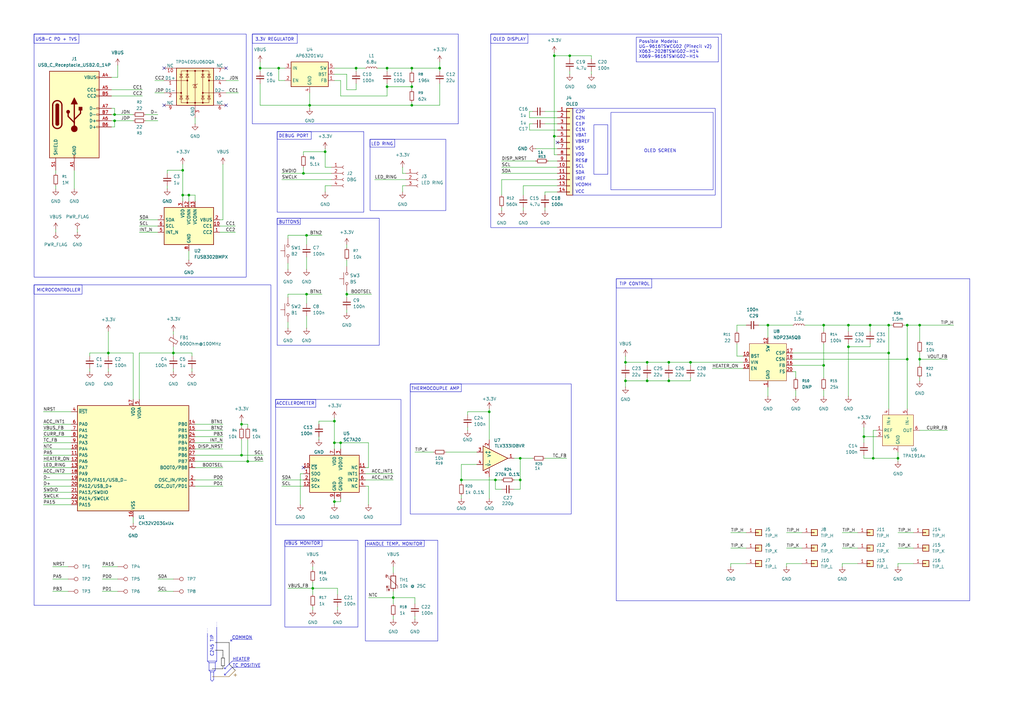
<source format=kicad_sch>
(kicad_sch
	(version 20250114)
	(generator "eeschema")
	(generator_version "9.0")
	(uuid "7095b018-eac3-4b01-b374-28e3216c4fd8")
	(paper "A3")
	
	(rectangle
		(start 113.03 163.83)
		(end 164.465 215.265)
		(stroke
			(width 0)
			(type default)
		)
		(fill
			(type none)
		)
		(uuid 25f66d05-38b5-4a17-99c1-8cad2c92cd3e)
	)
	(rectangle
		(start 13.97 13.97)
		(end 100.965 113.665)
		(stroke
			(width 0)
			(type default)
		)
		(fill
			(type none)
		)
		(uuid 34cfca7f-b72a-4261-a704-f33e6bc4b279)
	)
	(rectangle
		(start 113.03 163.83)
		(end 129.54 167.005)
		(stroke
			(width 0)
			(type default)
		)
		(fill
			(type none)
		)
		(uuid 37b1d202-d0af-4356-9cea-c5377ffdf5c6)
	)
	(rectangle
		(start 116.84 221.615)
		(end 132.08 224.155)
		(stroke
			(width 0)
			(type default)
		)
		(fill
			(type none)
		)
		(uuid 3ff5b4ba-34b9-4474-bd0b-2b540e2050a9)
	)
	(rectangle
		(start 168.275 157.48)
		(end 189.23 160.655)
		(stroke
			(width 0)
			(type default)
		)
		(fill
			(type none)
		)
		(uuid 411456a7-808a-4a99-b2e7-4b00b0660778)
	)
	(rectangle
		(start 113.665 89.535)
		(end 123.19 92.075)
		(stroke
			(width 0)
			(type default)
		)
		(fill
			(type none)
		)
		(uuid 51756553-69aa-4f9f-a31a-a60fa2c78053)
	)
	(rectangle
		(start 113.665 53.975)
		(end 149.225 86.995)
		(stroke
			(width 0)
			(type default)
		)
		(fill
			(type none)
		)
		(uuid 5ccf0a54-c09c-402b-8c12-180398bcf0c0)
	)
	(rectangle
		(start 252.73 114.3)
		(end 397.764 246.38)
		(stroke
			(width 0)
			(type default)
		)
		(fill
			(type none)
		)
		(uuid 608eefcd-9544-4ff5-9fa6-1a03cdb2edc0)
	)
	(rectangle
		(start 252.73 114.3)
		(end 267.335 118.11)
		(stroke
			(width 0)
			(type default)
		)
		(fill
			(type none)
		)
		(uuid 75245947-4db9-4c11-bcdd-4d111a323943)
	)
	(rectangle
		(start 151.765 57.15)
		(end 182.88 86.36)
		(stroke
			(width 0)
			(type default)
		)
		(fill
			(type none)
		)
		(uuid 7ca7d888-0de2-4ee4-9e02-bce99f6c7310)
	)
	(rectangle
		(start 13.97 116.84)
		(end 33.655 120.65)
		(stroke
			(width 0)
			(type default)
		)
		(fill
			(type none)
		)
		(uuid 7d5ee34c-3c30-4116-b034-575f8f5cbca0)
	)
	(rectangle
		(start 113.665 89.535)
		(end 155.575 141.605)
		(stroke
			(width 0)
			(type default)
		)
		(fill
			(type none)
		)
		(uuid 9c119ec4-7162-4594-9de4-9af2e8ac3469)
	)
	(rectangle
		(start 103.505 13.97)
		(end 121.92 17.78)
		(stroke
			(width 0)
			(type default)
		)
		(fill
			(type none)
		)
		(uuid 9d5c2b83-1ad1-4eb5-9c00-115d7cfbb819)
	)
	(rectangle
		(start 168.275 157.48)
		(end 234.315 210.82)
		(stroke
			(width 0)
			(type default)
		)
		(fill
			(type none)
		)
		(uuid a57dfd79-f7b7-44cf-be58-21e0757161fa)
	)
	(rectangle
		(start 13.97 116.84)
		(end 111.125 248.285)
		(stroke
			(width 0)
			(type default)
		)
		(fill
			(type none)
		)
		(uuid a66c837f-d550-4ad5-b67a-1a34b6eaed03)
	)
	(rectangle
		(start 250.571 46.101)
		(end 292.481 77.851)
		(stroke
			(width 0)
			(type default)
		)
		(fill
			(type none)
		)
		(uuid b323df54-646c-4c42-ac5d-c702f5da28df)
	)
	(rectangle
		(start 13.97 13.97)
		(end 32.385 17.78)
		(stroke
			(width 0)
			(type default)
		)
		(fill
			(type none)
		)
		(uuid b41c86f7-a703-4da7-9c7c-3d6f2dbdab0b)
	)
	(rectangle
		(start 149.86 221.615)
		(end 173.99 224.155)
		(stroke
			(width 0)
			(type default)
		)
		(fill
			(type none)
		)
		(uuid b798fff3-5d10-4e4c-948c-461a0845de52)
	)
	(rectangle
		(start 151.765 57.15)
		(end 161.925 60.325)
		(stroke
			(width 0)
			(type default)
		)
		(fill
			(type none)
		)
		(uuid bb60d903-b4fc-4579-917b-d8b1327cda5c)
	)
	(rectangle
		(start 234.95 44.45)
		(end 293.37 80.01)
		(stroke
			(width 0)
			(type default)
		)
		(fill
			(type none)
		)
		(uuid c7ed09f4-c5b0-447c-8527-2fd1a9942fc7)
	)
	(rectangle
		(start 201.295 13.97)
		(end 295.91 93.345)
		(stroke
			(width 0)
			(type default)
		)
		(fill
			(type none)
		)
		(uuid c86b0301-7b25-4d55-b6bd-bf1af0f3ea13)
	)
	(rectangle
		(start 243.586 51.181)
		(end 249.301 71.501)
		(stroke
			(width 0)
			(type default)
		)
		(fill
			(type none)
		)
		(uuid cc173c2c-4802-4b85-8dc1-c0ed1e2586ae)
	)
	(rectangle
		(start 116.84 221.615)
		(end 146.812 257.175)
		(stroke
			(width 0)
			(type default)
		)
		(fill
			(type none)
		)
		(uuid d2b50b41-845d-4a0b-ad88-942dbe8a9ea1)
	)
	(rectangle
		(start 113.665 53.975)
		(end 127.635 57.15)
		(stroke
			(width 0)
			(type default)
		)
		(fill
			(type none)
		)
		(uuid d42d397b-7d5e-44b0-98a1-cec60f91a733)
	)
	(rectangle
		(start 103.505 13.97)
		(end 187.96 50.8)
		(stroke
			(width 0)
			(type default)
		)
		(fill
			(type none)
		)
		(uuid d5e44070-3c31-4662-9265-15546dcb33a9)
	)
	(rectangle
		(start 149.86 221.615)
		(end 179.578 262.89)
		(stroke
			(width 0)
			(type default)
		)
		(fill
			(type none)
		)
		(uuid dc78faa3-7706-462b-aff1-ea2259b8957d)
	)
	(rectangle
		(start 201.295 13.97)
		(end 216.535 17.78)
		(stroke
			(width 0)
			(type default)
		)
		(fill
			(type none)
		)
		(uuid df873f2f-b2dc-4231-b391-da9722f3ee43)
	)
	(text "COMMON"
		(exclude_from_sim no)
		(at 95.123 261.62 0)
		(effects
			(font
				(size 1.27 1.27)
			)
			(justify left)
		)
		(uuid "0da803d8-6a61-4b47-b3c4-8c42b4ebcdd7")
	)
	(text "3.3V REGULATOR"
		(exclude_from_sim no)
		(at 104.648 16.256 0)
		(effects
			(font
				(size 1.27 1.27)
			)
			(justify left)
		)
		(uuid "270c64e9-acc9-4bdf-adf9-51e85a7cfae3")
	)
	(text "C2N"
		(exclude_from_sim no)
		(at 235.966 48.514 0)
		(effects
			(font
				(size 1.27 1.27)
			)
			(justify left)
		)
		(uuid "303735e4-f194-4e97-9ddd-7741146e5965")
	)
	(text "USB-C PD + TVS"
		(exclude_from_sim no)
		(at 14.478 16.256 0)
		(effects
			(font
				(size 1.27 1.27)
			)
			(justify left)
		)
		(uuid "3b53ae36-2320-46df-8526-8d2b0e4cd267")
	)
	(text "BUTTONS"
		(exclude_from_sim no)
		(at 114.3 91.186 0)
		(effects
			(font
				(size 1.27 1.27)
			)
			(justify left)
		)
		(uuid "4ff0d853-92f6-4f02-aa33-1f252be5ef75")
	)
	(text "DEBUG PORT"
		(exclude_from_sim no)
		(at 114.3 55.88 0)
		(effects
			(font
				(size 1.27 1.27)
			)
			(justify left)
		)
		(uuid "5c2c7cad-81d2-418f-aeca-ca54c6312f8c")
	)
	(text "SCL"
		(exclude_from_sim no)
		(at 235.966 68.326 0)
		(effects
			(font
				(size 1.27 1.27)
			)
			(justify left)
		)
		(uuid "63c62cf3-4266-478a-9f68-199034fe5d8b")
	)
	(text "RES#"
		(exclude_from_sim no)
		(at 235.966 66.04 0)
		(effects
			(font
				(size 1.27 1.27)
			)
			(justify left)
		)
		(uuid "6ce3c0b9-bb73-4f4d-8996-df06398c02e3")
	)
	(text "C1P"
		(exclude_from_sim no)
		(at 235.966 51.054 0)
		(effects
			(font
				(size 1.27 1.27)
			)
			(justify left)
		)
		(uuid "6d196f00-fda4-408a-b16f-63e268646b7a")
	)
	(text "ACCELEROMETER"
		(exclude_from_sim no)
		(at 121.158 165.608 0)
		(effects
			(font
				(size 1.27 1.27)
			)
		)
		(uuid "6d3cce01-49eb-4036-848c-880563d726ff")
	)
	(text "HEATER"
		(exclude_from_sim no)
		(at 95.377 270.51 0)
		(effects
			(font
				(size 1.27 1.27)
			)
			(justify left)
		)
		(uuid "6f935533-365b-4490-a199-60d1f885e9c5")
	)
	(text "IREF"
		(exclude_from_sim no)
		(at 235.966 73.406 0)
		(effects
			(font
				(size 1.27 1.27)
			)
			(justify left)
		)
		(uuid "78269562-db7d-4f9c-9409-11de08793bfa")
	)
	(text "C1N"
		(exclude_from_sim no)
		(at 235.966 53.34 0)
		(effects
			(font
				(size 1.27 1.27)
			)
			(justify left)
		)
		(uuid "86eaf89d-7735-48bc-8adf-2c6d7e1c9267")
	)
	(text "C2P"
		(exclude_from_sim no)
		(at 235.966 45.974 0)
		(effects
			(font
				(size 1.27 1.27)
			)
			(justify left)
		)
		(uuid "88767c22-62f5-491f-8191-e622ce50d549")
	)
	(text "VDD"
		(exclude_from_sim no)
		(at 235.966 63.5 0)
		(effects
			(font
				(size 1.27 1.27)
			)
			(justify left)
		)
		(uuid "98ea20d6-f789-4c9a-9d2d-ddf9c4e55ce3")
	)
	(text "HANDLE TEMP. MONITOR"
		(exclude_from_sim no)
		(at 161.798 223.266 0)
		(effects
			(font
				(size 1.27 1.27)
			)
		)
		(uuid "9cf9be48-0da6-4698-b802-905b4321ec7e")
	)
	(text "TC POSITIVE"
		(exclude_from_sim no)
		(at 95.377 273.05 0)
		(effects
			(font
				(size 1.27 1.27)
			)
			(justify left)
		)
		(uuid "9da3b577-a0bb-4c33-9c3c-e8388ac87829")
	)
	(text "OLED SCREEN"
		(exclude_from_sim no)
		(at 270.764 61.976 0)
		(effects
			(font
				(size 1.27 1.27)
			)
		)
		(uuid "a7d4d929-dbaa-411d-a847-37e4617db2b8")
	)
	(text "VCC"
		(exclude_from_sim no)
		(at 235.966 78.74 0)
		(effects
			(font
				(size 1.27 1.27)
			)
			(justify left)
		)
		(uuid "c0b5be38-ee7a-4c62-b666-9455a24b9bdf")
	)
	(text "TIP CONTROL"
		(exclude_from_sim no)
		(at 254 116.586 0)
		(effects
			(font
				(size 1.27 1.27)
			)
			(justify left)
		)
		(uuid "cbc624c8-2e49-4540-b1a0-5d8227d4665c")
	)
	(text "SDA"
		(exclude_from_sim no)
		(at 235.966 70.866 0)
		(effects
			(font
				(size 1.27 1.27)
			)
			(justify left)
		)
		(uuid "d1f23843-c159-4734-816f-e3ebdc7225d4")
	)
	(text "VBREF"
		(exclude_from_sim no)
		(at 235.966 58.166 0)
		(effects
			(font
				(size 1.27 1.27)
			)
			(justify left)
		)
		(uuid "dc92fbc2-eb7d-47ac-891e-6de1528c9506")
	)
	(text "OLED DISPLAY"
		(exclude_from_sim no)
		(at 202.184 16.256 0)
		(effects
			(font
				(size 1.27 1.27)
			)
			(justify left)
		)
		(uuid "e1182865-9cf6-484e-b369-4d8124243a24")
	)
	(text "VBAT"
		(exclude_from_sim no)
		(at 235.966 55.626 0)
		(effects
			(font
				(size 1.27 1.27)
			)
			(justify left)
		)
		(uuid "e5136794-6a5a-4728-b4d0-e47266a8ec2c")
	)
	(text "VSS"
		(exclude_from_sim no)
		(at 235.966 60.96 0)
		(effects
			(font
				(size 1.27 1.27)
			)
			(justify left)
		)
		(uuid "e5277a5c-1568-43ec-ab65-5c403a9ddad3")
	)
	(text "VCOMH"
		(exclude_from_sim no)
		(at 235.966 75.946 0)
		(effects
			(font
				(size 1.27 1.27)
			)
			(justify left)
		)
		(uuid "e677c7ab-e79d-4a1c-8a88-4a56ca5d6b79")
	)
	(text "THERMOCOUPLE AMP"
		(exclude_from_sim no)
		(at 178.562 159.512 0)
		(effects
			(font
				(size 1.27 1.27)
			)
		)
		(uuid "e865e2d4-df9a-47d7-8bc3-1d543675c813")
	)
	(text "C245 TIP"
		(exclude_from_sim no)
		(at 86.995 264.922 90)
		(effects
			(font
				(size 1.27 1.27)
			)
		)
		(uuid "ec1ed9c1-072b-4c68-8764-5736b7bc8d68")
	)
	(text "LED RING"
		(exclude_from_sim no)
		(at 156.718 59.182 0)
		(effects
			(font
				(size 1.27 1.27)
			)
		)
		(uuid "eebaafe7-13f6-4495-a884-67f3bb5c6ce1")
	)
	(text "MICROCONTROLLER"
		(exclude_from_sim no)
		(at 14.986 119.126 0)
		(effects
			(font
				(size 1.27 1.27)
			)
			(justify left)
		)
		(uuid "f4202bbd-17db-406a-9b6f-417fe43fdaab")
	)
	(text "VBUS MONITOR"
		(exclude_from_sim no)
		(at 124.206 223.012 0)
		(effects
			(font
				(size 1.27 1.27)
			)
		)
		(uuid "f741b2f1-f711-4456-aa2d-f19417092858")
	)
	(text_box "Possible Models:\nUG-9616TSWCG02 (Pinecil v2)\nX063-2028TSWIG02-H14\nX069-9616TSWIG02-H14"
		(exclude_from_sim no)
		(at 260.985 15.24 0)
		(size 33.655 10.16)
		(margins 0.9525 0.9525 0.9525 0.9525)
		(stroke
			(width 0)
			(type solid)
		)
		(fill
			(type none)
		)
		(effects
			(font
				(size 1.27 1.27)
			)
			(justify left top)
		)
		(uuid "aff1d92e-7948-41af-95d4-eec0b0d11729")
	)
	(junction
		(at 256.54 148.59)
		(diameter 0)
		(color 0 0 0 0)
		(uuid "0249d269-810c-4792-bcad-62c507e2feae")
	)
	(junction
		(at 146.05 27.94)
		(diameter 0)
		(color 0 0 0 0)
		(uuid "0acd8611-5527-40f7-90a3-5c60d1adc1d0")
	)
	(junction
		(at 356.87 133.35)
		(diameter 0)
		(color 0 0 0 0)
		(uuid "13f8009c-bbff-42fe-9f26-b50c63829bd7")
	)
	(junction
		(at 364.49 144.78)
		(diameter 0)
		(color 0 0 0 0)
		(uuid "1cf7491c-4cb8-40fb-887e-9622dfc2bc4d")
	)
	(junction
		(at 99.06 173.99)
		(diameter 0)
		(color 0 0 0 0)
		(uuid "22bc19a2-e590-4ae5-87e1-2c346112c753")
	)
	(junction
		(at 347.98 133.35)
		(diameter 0)
		(color 0 0 0 0)
		(uuid "24597aea-f5b6-48eb-8fc0-4d4dc8c08a01")
	)
	(junction
		(at 101.6 189.23)
		(diameter 0)
		(color 0 0 0 0)
		(uuid "39afbb62-f4d9-47c5-b1ec-6bf8308a9b0e")
	)
	(junction
		(at 200.66 168.91)
		(diameter 0)
		(color 0 0 0 0)
		(uuid "3f9bcc33-18ad-48ec-8047-f514eddb9bd3")
	)
	(junction
		(at 256.54 156.21)
		(diameter 0)
		(color 0 0 0 0)
		(uuid "43942d84-b87b-4f4a-adb8-d0b0fad21d24")
	)
	(junction
		(at 189.23 196.85)
		(diameter 0)
		(color 0 0 0 0)
		(uuid "4793f579-9960-4fea-a983-16516b9a6a74")
	)
	(junction
		(at 158.75 27.94)
		(diameter 0)
		(color 0 0 0 0)
		(uuid "4e457d4d-37fd-4b51-a420-85ebb8dc04c5")
	)
	(junction
		(at 128.27 241.3)
		(diameter 0)
		(color 0 0 0 0)
		(uuid "5171e2df-ff89-449d-9837-899c8a33b75c")
	)
	(junction
		(at 168.91 35.56)
		(diameter 0)
		(color 0 0 0 0)
		(uuid "57d2e74f-9c65-42d1-a47a-8230db07f92e")
	)
	(junction
		(at 137.16 181.61)
		(diameter 0)
		(color 0 0 0 0)
		(uuid "589eff9d-eed1-4df5-98d6-26b7c768b426")
	)
	(junction
		(at 314.96 133.35)
		(diameter 0)
		(color 0 0 0 0)
		(uuid "5e860a42-ca71-47a1-959b-bc98dd33f4ba")
	)
	(junction
		(at 46.99 49.53)
		(diameter 0)
		(color 0 0 0 0)
		(uuid "5e8d1cf7-167e-4030-9f28-7c115ea5395b")
	)
	(junction
		(at 227.33 55.88)
		(diameter 0)
		(color 0 0 0 0)
		(uuid "5fbb3de9-86ee-49ad-a284-eb55f1cc692a")
	)
	(junction
		(at 168.91 43.18)
		(diameter 0)
		(color 0 0 0 0)
		(uuid "660d2309-d1aa-4d86-b95c-854e50c0a293")
	)
	(junction
		(at 168.91 27.94)
		(diameter 0)
		(color 0 0 0 0)
		(uuid "691dc945-779c-4911-8f56-5300f4d58275")
	)
	(junction
		(at 233.68 22.86)
		(diameter 0)
		(color 0 0 0 0)
		(uuid "73b54f8a-8892-4f5c-ad2f-0a2e6cc384c3")
	)
	(junction
		(at 203.2 196.85)
		(diameter 0)
		(color 0 0 0 0)
		(uuid "77d052f3-f174-4ac4-b7f3-74fd8cd4f0e2")
	)
	(junction
		(at 161.29 245.11)
		(diameter 0)
		(color 0 0 0 0)
		(uuid "77d1a2e0-538e-4917-8463-902112f9887a")
	)
	(junction
		(at 274.32 148.59)
		(diameter 0)
		(color 0 0 0 0)
		(uuid "79c391a9-2d95-4c3e-a922-b7e1f89f8cb2")
	)
	(junction
		(at 372.11 147.32)
		(diameter 0)
		(color 0 0 0 0)
		(uuid "82cd824a-f7f1-49cd-9670-8081996ecd42")
	)
	(junction
		(at 137.16 172.72)
		(diameter 0)
		(color 0 0 0 0)
		(uuid "84b1d133-5555-4f34-9259-4c4a00397909")
	)
	(junction
		(at 158.75 35.56)
		(diameter 0)
		(color 0 0 0 0)
		(uuid "85eb43cd-2fb7-4c1a-b0ce-7e338a2da686")
	)
	(junction
		(at 213.36 196.85)
		(diameter 0)
		(color 0 0 0 0)
		(uuid "879d8513-8c12-4c71-805b-cfd0566ce6a8")
	)
	(junction
		(at 265.43 156.21)
		(diameter 0)
		(color 0 0 0 0)
		(uuid "87dc4b49-25de-4f6d-adf7-8941fa901f8f")
	)
	(junction
		(at 99.06 186.69)
		(diameter 0)
		(color 0 0 0 0)
		(uuid "8f91cdd6-9b8f-41e7-aba5-783e4c94f1c2")
	)
	(junction
		(at 227.33 22.86)
		(diameter 0)
		(color 0 0 0 0)
		(uuid "9531702c-c6a6-4297-8a10-64a5c6fc90b3")
	)
	(junction
		(at 265.43 148.59)
		(diameter 0)
		(color 0 0 0 0)
		(uuid "963b4dc5-29f7-4f14-9341-7b3162f2c358")
	)
	(junction
		(at 368.3 187.96)
		(diameter 0)
		(color 0 0 0 0)
		(uuid "9caedf99-1ce5-437a-a1b9-fdea2f4ef713")
	)
	(junction
		(at 372.11 133.35)
		(diameter 0)
		(color 0 0 0 0)
		(uuid "9ec7a6fd-b45e-47b6-95b1-68980ab2ba3f")
	)
	(junction
		(at 44.45 144.78)
		(diameter 0)
		(color 0 0 0 0)
		(uuid "9fa2ea7a-f50f-4f59-8f6e-1d8cc4b4f22f")
	)
	(junction
		(at 74.93 80.01)
		(diameter 0)
		(color 0 0 0 0)
		(uuid "a102cd63-af1a-49b4-9201-df06578d4c1f")
	)
	(junction
		(at 213.36 187.96)
		(diameter 0)
		(color 0 0 0 0)
		(uuid "aff6f7cf-f995-4965-9b70-2f6e1afd3257")
	)
	(junction
		(at 354.33 179.07)
		(diameter 0)
		(color 0 0 0 0)
		(uuid "b958df09-8ec2-41c8-a836-0b7b6536713e")
	)
	(junction
		(at 358.14 187.96)
		(diameter 0)
		(color 0 0 0 0)
		(uuid "b9c98c12-e257-4402-a676-dee8dfb4f378")
	)
	(junction
		(at 125.73 120.65)
		(diameter 0)
		(color 0 0 0 0)
		(uuid "bf198e04-4a01-4230-877f-f1ab43f756f2")
	)
	(junction
		(at 347.98 142.24)
		(diameter 0)
		(color 0 0 0 0)
		(uuid "bfa56a56-964e-4500-9325-d867c4167711")
	)
	(junction
		(at 337.82 133.35)
		(diameter 0)
		(color 0 0 0 0)
		(uuid "cad628ef-e9fc-4677-9625-8b36c9d0f927")
	)
	(junction
		(at 71.12 144.78)
		(diameter 0)
		(color 0 0 0 0)
		(uuid "cbafbc4a-ea32-4bc2-8303-c740f3149d9b")
	)
	(junction
		(at 127 43.18)
		(diameter 0)
		(color 0 0 0 0)
		(uuid "d049456d-20ee-4308-a384-c295c5fb64a1")
	)
	(junction
		(at 77.47 80.01)
		(diameter 0)
		(color 0 0 0 0)
		(uuid "d075905e-0ee9-4e4e-bc8b-46248e59d6b7")
	)
	(junction
		(at 137.16 205.74)
		(diameter 0)
		(color 0 0 0 0)
		(uuid "d3c0ec6c-e13a-496a-ad1c-ba60afc46b96")
	)
	(junction
		(at 46.99 46.99)
		(diameter 0)
		(color 0 0 0 0)
		(uuid "d3cb3929-1383-43bf-9aa0-8d6179547879")
	)
	(junction
		(at 377.19 133.35)
		(diameter 0)
		(color 0 0 0 0)
		(uuid "d7b71bf1-2209-4c2d-9009-3affcae0ec39")
	)
	(junction
		(at 125.73 96.52)
		(diameter 0)
		(color 0 0 0 0)
		(uuid "d8814552-a2c0-4a06-a6ac-aee6b3d4aa8f")
	)
	(junction
		(at 337.82 149.86)
		(diameter 0)
		(color 0 0 0 0)
		(uuid "d88fe5f5-527c-4ebe-b095-8382cf90823f")
	)
	(junction
		(at 283.21 148.59)
		(diameter 0)
		(color 0 0 0 0)
		(uuid "d9505c24-ab59-4a1d-8ead-8359d37f8315")
	)
	(junction
		(at 74.93 69.85)
		(diameter 0)
		(color 0 0 0 0)
		(uuid "dced1970-c9d1-4fca-aa68-57578fbeec87")
	)
	(junction
		(at 133.35 62.23)
		(diameter 0)
		(color 0 0 0 0)
		(uuid "dd645f38-5944-4257-9764-2d12bcf783d9")
	)
	(junction
		(at 124.46 71.12)
		(diameter 0)
		(color 0 0 0 0)
		(uuid "e0c9883b-d031-4a61-9fde-76739f501e2c")
	)
	(junction
		(at 114.3 27.94)
		(diameter 0)
		(color 0 0 0 0)
		(uuid "e80bc681-7695-43f3-a2bd-d411c7e86409")
	)
	(junction
		(at 139.7 181.61)
		(diameter 0)
		(color 0 0 0 0)
		(uuid "ea9ea449-1699-40d7-8a1c-89a1d2111f96")
	)
	(junction
		(at 364.49 133.35)
		(diameter 0)
		(color 0 0 0 0)
		(uuid "eb459822-da56-422a-82c0-9ec9f38819cb")
	)
	(junction
		(at 274.32 156.21)
		(diameter 0)
		(color 0 0 0 0)
		(uuid "ebc86db2-2764-4df6-9433-ecced69310ed")
	)
	(junction
		(at 180.34 27.94)
		(diameter 0)
		(color 0 0 0 0)
		(uuid "efddc068-f25b-4568-b3c6-1c6aa0f4c97e")
	)
	(junction
		(at 106.68 27.94)
		(diameter 0)
		(color 0 0 0 0)
		(uuid "f1df4cab-d95d-4e21-b204-cc5686c3ccd2")
	)
	(junction
		(at 377.19 147.32)
		(diameter 0)
		(color 0 0 0 0)
		(uuid "f927f0ab-6e1d-4ce4-bde8-eb8c23c2f0f3")
	)
	(junction
		(at 142.24 120.65)
		(diameter 0)
		(color 0 0 0 0)
		(uuid "fe9b1f2a-8aec-4aa7-8489-1f83d22307ee")
	)
	(no_connect
		(at 92.71 43.18)
		(uuid "46b4ccbc-24ab-4899-8505-9a1bc9336197")
	)
	(no_connect
		(at 67.31 27.94)
		(uuid "613b3790-5218-413f-a343-e26aa4ea4b95")
	)
	(no_connect
		(at 228.6 58.42)
		(uuid "8d801d13-32fe-4e34-8cc5-b8a86a497023")
	)
	(no_connect
		(at 124.46 191.77)
		(uuid "bb17c601-45a1-4eb6-aaaf-eada3efdd523")
	)
	(no_connect
		(at 67.31 43.18)
		(uuid "c9b41e3a-80a4-4410-be4c-91975e86700a")
	)
	(no_connect
		(at 92.71 27.94)
		(uuid "e9fc4535-1911-4390-b5e2-c282d53c9319")
	)
	(wire
		(pts
			(xy 99.06 186.69) (xy 107.95 186.69)
		)
		(stroke
			(width 0)
			(type default)
		)
		(uuid "00dc7f33-0b4e-4099-8479-24293b9aabac")
	)
	(wire
		(pts
			(xy 149.86 196.85) (xy 161.29 196.85)
		)
		(stroke
			(width 0)
			(type default)
		)
		(uuid "0156bf95-e162-433c-99c7-904c2f68448d")
	)
	(wire
		(pts
			(xy 306.07 231.14) (xy 299.72 231.14)
		)
		(stroke
			(width 0)
			(type default)
		)
		(uuid "01731df4-405d-4159-8024-ddbfe44e4824")
	)
	(wire
		(pts
			(xy 330.2 133.35) (xy 337.82 133.35)
		)
		(stroke
			(width 0)
			(type default)
		)
		(uuid "020814c6-e40b-435c-ae3c-553804a41838")
	)
	(wire
		(pts
			(xy 180.34 25.4) (xy 180.34 27.94)
		)
		(stroke
			(width 0)
			(type default)
		)
		(uuid "0280334b-627a-4233-a676-012a207d9298")
	)
	(wire
		(pts
			(xy 123.19 194.31) (xy 124.46 194.31)
		)
		(stroke
			(width 0)
			(type default)
		)
		(uuid "03f9526b-c252-4cea-a8ec-81306ff6df76")
	)
	(wire
		(pts
			(xy 63.5 38.1) (xy 67.31 38.1)
		)
		(stroke
			(width 0)
			(type default)
		)
		(uuid "057a48eb-9b1d-42a5-bf44-6985b9321748")
	)
	(polyline
		(pts
			(xy 94.615 262.89) (xy 95.25 262.89)
		)
		(stroke
			(width 0)
			(type default)
		)
		(uuid "061e75a6-db12-4875-bb49-acc7a02aa4eb")
	)
	(wire
		(pts
			(xy 227.33 55.88) (xy 228.6 55.88)
		)
		(stroke
			(width 0)
			(type default)
		)
		(uuid "06a39b25-e5c0-48bf-8f66-6ff9e46efda7")
	)
	(polyline
		(pts
			(xy 93.98 263.525) (xy 93.98 272.415)
		)
		(stroke
			(width 0)
			(type solid)
			(color 0 0 0 1)
		)
		(uuid "076917fa-25ee-47d3-b2b0-165b02f01f24")
	)
	(wire
		(pts
			(xy 356.87 133.35) (xy 356.87 135.89)
		)
		(stroke
			(width 0)
			(type default)
		)
		(uuid "07c78419-8835-4d58-ae8a-8f4dcc995809")
	)
	(wire
		(pts
			(xy 68.58 69.85) (xy 74.93 69.85)
		)
		(stroke
			(width 0)
			(type default)
		)
		(uuid "088c7699-190e-4234-9815-fffe11d5ef7a")
	)
	(wire
		(pts
			(xy 68.58 76.2) (xy 68.58 77.47)
		)
		(stroke
			(width 0)
			(type default)
		)
		(uuid "090443bb-96fb-4f06-ac72-191a7f6e15f4")
	)
	(wire
		(pts
			(xy 96.52 95.25) (xy 90.17 95.25)
		)
		(stroke
			(width 0)
			(type default)
		)
		(uuid "091df10a-a778-479d-8cbf-324751cb3cc5")
	)
	(wire
		(pts
			(xy 115.57 199.39) (xy 124.46 199.39)
		)
		(stroke
			(width 0)
			(type default)
		)
		(uuid "093a4bfc-aabd-4586-948a-1580d9afeffa")
	)
	(wire
		(pts
			(xy 45.72 36.83) (xy 58.42 36.83)
		)
		(stroke
			(width 0)
			(type default)
		)
		(uuid "098337dc-d67f-4f92-9e59-aa0530495823")
	)
	(wire
		(pts
			(xy 368.3 218.44) (xy 374.65 218.44)
		)
		(stroke
			(width 0)
			(type default)
		)
		(uuid "0b3b1be4-2c7f-47f2-886c-9ff27992e090")
	)
	(wire
		(pts
			(xy 170.18 245.11) (xy 161.29 245.11)
		)
		(stroke
			(width 0)
			(type default)
		)
		(uuid "0b4a8b97-8014-479a-a3ac-97bbd47fcdf1")
	)
	(wire
		(pts
			(xy 80.01 184.15) (xy 91.44 184.15)
		)
		(stroke
			(width 0)
			(type default)
		)
		(uuid "0d0fb7d8-cf76-4ea3-b43e-0043f449d33e")
	)
	(wire
		(pts
			(xy 106.68 34.29) (xy 106.68 43.18)
		)
		(stroke
			(width 0)
			(type default)
		)
		(uuid "0d1da041-1604-484f-8588-64418e6780df")
	)
	(polyline
		(pts
			(xy 99.695 273.685) (xy 106.68 273.685)
		)
		(stroke
			(width 0)
			(type default)
		)
		(uuid "0efdd063-1445-49ad-b269-05e1548bd623")
	)
	(wire
		(pts
			(xy 17.78 191.77) (xy 29.21 191.77)
		)
		(stroke
			(width 0)
			(type default)
		)
		(uuid "0f968ad1-38fa-43f3-a9ca-eaab57060db2")
	)
	(wire
		(pts
			(xy 214.63 85.09) (xy 214.63 86.36)
		)
		(stroke
			(width 0)
			(type default)
		)
		(uuid "0fdf5b0f-14a7-4ff5-aee8-91dcf3e80430")
	)
	(wire
		(pts
			(xy 354.33 187.96) (xy 358.14 187.96)
		)
		(stroke
			(width 0)
			(type default)
		)
		(uuid "0ff7262c-1160-4251-aadc-3b2de692cbe4")
	)
	(wire
		(pts
			(xy 311.15 133.35) (xy 314.96 133.35)
		)
		(stroke
			(width 0)
			(type default)
		)
		(uuid "0fffbb6f-adac-4089-b4b0-7788a682e784")
	)
	(wire
		(pts
			(xy 377.19 176.53) (xy 388.62 176.53)
		)
		(stroke
			(width 0)
			(type default)
		)
		(uuid "10e420cf-744f-4771-a1f7-03219557939d")
	)
	(wire
		(pts
			(xy 168.91 35.56) (xy 158.75 35.56)
		)
		(stroke
			(width 0)
			(type default)
		)
		(uuid "1190a964-f3bd-43e5-a242-6444d80cf4b2")
	)
	(polyline
		(pts
			(xy 86.995 277.495) (xy 93.98 277.495)
		)
		(stroke
			(width 0)
			(type solid)
			(color 128 77 0 1)
		)
		(uuid "11cf35b8-cd1b-4b18-8246-50d401672c42")
	)
	(wire
		(pts
			(xy 189.23 196.85) (xy 189.23 190.5)
		)
		(stroke
			(width 0)
			(type default)
		)
		(uuid "12f02fb2-28a7-4766-ae13-424545151178")
	)
	(wire
		(pts
			(xy 137.16 181.61) (xy 137.16 184.15)
		)
		(stroke
			(width 0)
			(type default)
		)
		(uuid "135c080a-b87a-42f2-bd23-e8f54c5ee6c7")
	)
	(wire
		(pts
			(xy 165.1 78.74) (xy 165.1 76.2)
		)
		(stroke
			(width 0)
			(type default)
		)
		(uuid "13a8fbae-4055-4538-a775-7561035458e6")
	)
	(wire
		(pts
			(xy 189.23 196.85) (xy 203.2 196.85)
		)
		(stroke
			(width 0)
			(type default)
		)
		(uuid "13e7537a-edd6-43d5-8bb0-f6eb3d491016")
	)
	(wire
		(pts
			(xy 213.36 196.85) (xy 213.36 187.96)
		)
		(stroke
			(width 0)
			(type default)
		)
		(uuid "1427c6b1-5293-499b-9663-f54121cc8ca4")
	)
	(wire
		(pts
			(xy 347.98 133.35) (xy 347.98 135.89)
		)
		(stroke
			(width 0)
			(type default)
		)
		(uuid "14af5f19-9d06-4069-9b07-aac32f3b38de")
	)
	(wire
		(pts
			(xy 48.26 31.75) (xy 48.26 26.67)
		)
		(stroke
			(width 0)
			(type default)
		)
		(uuid "14b83c6b-fa77-4ec1-b020-d89f490dd1db")
	)
	(wire
		(pts
			(xy 354.33 179.07) (xy 359.41 179.07)
		)
		(stroke
			(width 0)
			(type default)
		)
		(uuid "1544ce4c-aa9b-4868-ad89-38de6eed860a")
	)
	(wire
		(pts
			(xy 283.21 148.59) (xy 283.21 149.86)
		)
		(stroke
			(width 0)
			(type default)
		)
		(uuid "154f7824-5e3a-4df6-a265-e8ad4cf18628")
	)
	(wire
		(pts
			(xy 200.66 167.64) (xy 200.66 168.91)
		)
		(stroke
			(width 0)
			(type default)
		)
		(uuid "16a235b6-6479-41c3-934b-5990cd87fafe")
	)
	(wire
		(pts
			(xy 227.33 55.88) (xy 227.33 63.5)
		)
		(stroke
			(width 0)
			(type default)
		)
		(uuid "16a6ad92-1a6b-4d2b-93f1-5652f5947dbb")
	)
	(wire
		(pts
			(xy 168.91 29.21) (xy 168.91 27.94)
		)
		(stroke
			(width 0)
			(type default)
		)
		(uuid "16beecb1-a5ab-433f-9aa9-d5c8af0be23d")
	)
	(polyline
		(pts
			(xy 95.885 276.86) (xy 97.155 276.86)
		)
		(stroke
			(width 0)
			(type solid)
			(color 128 77 0 1)
		)
		(uuid "17532791-aaa0-48e6-a3d3-84b5cfe2ffdf")
	)
	(wire
		(pts
			(xy 41.91 242.57) (xy 48.26 242.57)
		)
		(stroke
			(width 0)
			(type default)
		)
		(uuid "17c09d63-4f8c-4d97-9c64-a3bd4dd82600")
	)
	(wire
		(pts
			(xy 45.72 52.07) (xy 46.99 52.07)
		)
		(stroke
			(width 0)
			(type default)
		)
		(uuid "18438b3a-827e-4972-b4d2-e39627126fd2")
	)
	(wire
		(pts
			(xy 17.78 186.69) (xy 29.21 186.69)
		)
		(stroke
			(width 0)
			(type default)
		)
		(uuid "185cc638-609c-4acf-9a83-434d47f9bece")
	)
	(wire
		(pts
			(xy 322.58 218.44) (xy 328.93 218.44)
		)
		(stroke
			(width 0)
			(type default)
		)
		(uuid "186284b8-bd67-4889-90c2-387a38831a45")
	)
	(wire
		(pts
			(xy 118.11 107.95) (xy 118.11 110.49)
		)
		(stroke
			(width 0)
			(type default)
		)
		(uuid "1a08e192-3ede-459c-841e-9f0c19ec1e3e")
	)
	(wire
		(pts
			(xy 17.78 201.93) (xy 29.21 201.93)
		)
		(stroke
			(width 0)
			(type default)
		)
		(uuid "1a675778-1e38-4114-a392-a674b2dc8fa9")
	)
	(wire
		(pts
			(xy 71.12 135.89) (xy 71.12 137.16)
		)
		(stroke
			(width 0)
			(type default)
		)
		(uuid "1ae0b9e3-10e0-4c50-8291-792664f6f6ce")
	)
	(wire
		(pts
			(xy 358.14 176.53) (xy 358.14 187.96)
		)
		(stroke
			(width 0)
			(type default)
		)
		(uuid "1b0b81e1-f2ec-4a99-b32e-c67d3bf5d680")
	)
	(wire
		(pts
			(xy 314.96 158.75) (xy 314.96 162.56)
		)
		(stroke
			(width 0)
			(type default)
		)
		(uuid "1b790b5b-7adc-4efb-a38b-2ad78c71b4a0")
	)
	(wire
		(pts
			(xy 359.41 176.53) (xy 358.14 176.53)
		)
		(stroke
			(width 0)
			(type default)
		)
		(uuid "1bc2dc48-90ad-4689-ba31-b6699fd8a9c4")
	)
	(wire
		(pts
			(xy 101.6 175.26) (xy 101.6 173.99)
		)
		(stroke
			(width 0)
			(type default)
		)
		(uuid "1beeb275-c1cd-4b8f-a12a-830eb9c2286d")
	)
	(wire
		(pts
			(xy 80.01 199.39) (xy 91.44 199.39)
		)
		(stroke
			(width 0)
			(type default)
		)
		(uuid "1c31a3a0-71be-4869-aecb-fe7720f70370")
	)
	(polyline
		(pts
			(xy 91.44 268.605) (xy 91.44 269.875)
		)
		(stroke
			(width 0)
			(type solid)
			(color 0 0 0 1)
		)
		(uuid "1cb32bb3-76dc-4823-be3a-ee1c82fb9d6e")
	)
	(wire
		(pts
			(xy 345.44 231.14) (xy 351.79 231.14)
		)
		(stroke
			(width 0)
			(type default)
		)
		(uuid "1cf9f715-8924-4551-8321-2cb14bcb7a4b")
	)
	(wire
		(pts
			(xy 168.91 43.18) (xy 127 43.18)
		)
		(stroke
			(width 0)
			(type default)
		)
		(uuid "1efe1ac7-40f4-4f17-9d42-17e1c9f0de6b")
	)
	(polyline
		(pts
			(xy 94.615 262.89) (xy 95.25 262.255)
		)
		(stroke
			(width 0)
			(type default)
		)
		(uuid "1fc62f63-6cba-4ff0-930d-1f292e0bfa84")
	)
	(wire
		(pts
			(xy 80.01 181.61) (xy 91.44 181.61)
		)
		(stroke
			(width 0)
			(type default)
		)
		(uuid "1fd72b09-6ab8-4dc4-8f0b-ca67c9a74253")
	)
	(wire
		(pts
			(xy 68.58 71.12) (xy 68.58 69.85)
		)
		(stroke
			(width 0)
			(type default)
		)
		(uuid "202b5c7b-0b11-4522-bc46-256551c46d63")
	)
	(wire
		(pts
			(xy 116.84 27.94) (xy 114.3 27.94)
		)
		(stroke
			(width 0)
			(type default)
		)
		(uuid "202f5003-0a48-4fcb-962b-eb5d0b2eea8c")
	)
	(polyline
		(pts
			(xy 85.09 271.145) (xy 88.9 271.145)
		)
		(stroke
			(width 0)
			(type default)
		)
		(uuid "20c289f8-34a5-48ed-8d32-b4b9e5521011")
	)
	(wire
		(pts
			(xy 77.47 102.87) (xy 77.47 106.68)
		)
		(stroke
			(width 0)
			(type default)
		)
		(uuid "21a2f101-e4da-4991-a949-92df212cf85b")
	)
	(wire
		(pts
			(xy 138.43 248.92) (xy 138.43 250.19)
		)
		(stroke
			(width 0)
			(type default)
		)
		(uuid "21bbd215-45b4-4860-8d1a-f2e25c043882")
	)
	(polyline
		(pts
			(xy 95.25 262.255) (xy 103.505 262.255)
		)
		(stroke
			(width 0)
			(type default)
		)
		(uuid "225ad2a0-3f91-4b41-b14c-33002ef325b8")
	)
	(wire
		(pts
			(xy 180.34 43.18) (xy 168.91 43.18)
		)
		(stroke
			(width 0)
			(type default)
		)
		(uuid "228d2b28-0e5e-4a0f-9a64-60ca034456d5")
	)
	(wire
		(pts
			(xy 22.86 69.85) (xy 22.86 71.12)
		)
		(stroke
			(width 0)
			(type default)
		)
		(uuid "22ceb097-bc74-4764-aecd-0b980944d711")
	)
	(wire
		(pts
			(xy 299.72 224.79) (xy 306.07 224.79)
		)
		(stroke
			(width 0)
			(type default)
		)
		(uuid "234d1ba8-847a-498b-b1ae-e4eb0f0e2c2e")
	)
	(wire
		(pts
			(xy 304.8 146.05) (xy 302.26 146.05)
		)
		(stroke
			(width 0)
			(type default)
		)
		(uuid "23817ecb-5994-45fd-9afd-11847ae00eef")
	)
	(polyline
		(pts
			(xy 93.98 277.495) (xy 96.52 274.955)
		)
		(stroke
			(width 0)
			(type solid)
			(color 128 77 0 1)
		)
		(uuid "23b27315-c748-4e5f-bfe8-f12b825cfb87")
	)
	(wire
		(pts
			(xy 168.91 34.29) (xy 168.91 35.56)
		)
		(stroke
			(width 0)
			(type default)
		)
		(uuid "24d5a81f-7436-4451-bff0-11fbe42d2c28")
	)
	(wire
		(pts
			(xy 368.3 231.14) (xy 374.65 231.14)
		)
		(stroke
			(width 0)
			(type default)
		)
		(uuid "2616a777-c896-4d19-9dd1-44f1b40faa16")
	)
	(wire
		(pts
			(xy 256.54 154.94) (xy 256.54 156.21)
		)
		(stroke
			(width 0)
			(type default)
		)
		(uuid "262148e9-abf9-4df4-8abe-6bc1166237b2")
	)
	(wire
		(pts
			(xy 125.73 120.65) (xy 132.08 120.65)
		)
		(stroke
			(width 0)
			(type default)
		)
		(uuid "27851202-de10-4bda-a7a1-86d90d3431e9")
	)
	(wire
		(pts
			(xy 118.11 132.08) (xy 118.11 134.62)
		)
		(stroke
			(width 0)
			(type default)
		)
		(uuid "281d0dee-0d42-447c-96a0-518527b352a7")
	)
	(wire
		(pts
			(xy 345.44 224.79) (xy 351.79 224.79)
		)
		(stroke
			(width 0)
			(type default)
		)
		(uuid "28258bd8-18c4-469b-be71-ef9ab42f0cf4")
	)
	(wire
		(pts
			(xy 377.19 133.35) (xy 377.19 139.7)
		)
		(stroke
			(width 0)
			(type default)
		)
		(uuid "28317f74-6394-4d05-b0b4-d0e372d092b3")
	)
	(wire
		(pts
			(xy 205.74 200.66) (xy 203.2 200.66)
		)
		(stroke
			(width 0)
			(type default)
		)
		(uuid "28f9a714-ce47-4a87-9eba-39a2e1e51e21")
	)
	(wire
		(pts
			(xy 158.75 39.37) (xy 139.7 39.37)
		)
		(stroke
			(width 0)
			(type default)
		)
		(uuid "296133f5-2a32-47e9-994c-67f3c4c032fa")
	)
	(wire
		(pts
			(xy 46.99 44.45) (xy 46.99 46.99)
		)
		(stroke
			(width 0)
			(type default)
		)
		(uuid "2b6c7f04-a093-4524-90eb-496f9f787527")
	)
	(wire
		(pts
			(xy 205.74 73.66) (xy 205.74 80.01)
		)
		(stroke
			(width 0)
			(type default)
		)
		(uuid "2c6750b6-74c7-4d32-8f14-8af4353a5366")
	)
	(wire
		(pts
			(xy 127 43.18) (xy 127 44.45)
		)
		(stroke
			(width 0)
			(type default)
		)
		(uuid "2caf9a90-c3fc-4061-b393-2a0dec203c07")
	)
	(wire
		(pts
			(xy 118.11 121.92) (xy 118.11 120.65)
		)
		(stroke
			(width 0)
			(type default)
		)
		(uuid "2ee4ebfa-2b1b-4192-baa0-8298861d736b")
	)
	(wire
		(pts
			(xy 45.72 31.75) (xy 48.26 31.75)
		)
		(stroke
			(width 0)
			(type default)
		)
		(uuid "2f68ac55-2ae3-4fdc-bcfb-21f448f1abfc")
	)
	(wire
		(pts
			(xy 17.78 194.31) (xy 29.21 194.31)
		)
		(stroke
			(width 0)
			(type default)
		)
		(uuid "2fdf26ff-e34d-47ed-b024-4ecb4d28caf6")
	)
	(wire
		(pts
			(xy 137.16 171.45) (xy 137.16 172.72)
		)
		(stroke
			(width 0)
			(type default)
		)
		(uuid "2ff8f590-a0dd-4986-b523-e06c9b3827a0")
	)
	(wire
		(pts
			(xy 302.26 133.35) (xy 306.07 133.35)
		)
		(stroke
			(width 0)
			(type default)
		)
		(uuid "30184864-a2c9-462b-8e4b-ef1a4a9ab1f4")
	)
	(polyline
		(pts
			(xy 85.09 257.81) (xy 85.09 259.715)
		)
		(stroke
			(width 0)
			(type dot)
		)
		(uuid "30942881-eef2-4f32-b0ca-a19e1cdb685d")
	)
	(wire
		(pts
			(xy 133.35 68.58) (xy 133.35 62.23)
		)
		(stroke
			(width 0)
			(type default)
		)
		(uuid "3096bc9d-6be7-44be-98b5-33a16aea1377")
	)
	(wire
		(pts
			(xy 146.05 36.83) (xy 142.24 36.83)
		)
		(stroke
			(width 0)
			(type default)
		)
		(uuid "326fcbeb-6568-414a-bae2-3482d5ca26c6")
	)
	(wire
		(pts
			(xy 99.06 180.34) (xy 99.06 186.69)
		)
		(stroke
			(width 0)
			(type default)
		)
		(uuid "3355cf20-4f86-473a-8cad-ce6847f6a0c1")
	)
	(wire
		(pts
			(xy 130.81 173.99) (xy 130.81 172.72)
		)
		(stroke
			(width 0)
			(type default)
		)
		(uuid "34170387-03a3-4d7d-9f6a-9db512b2f47f")
	)
	(wire
		(pts
			(xy 124.46 68.58) (xy 124.46 71.12)
		)
		(stroke
			(width 0)
			(type default)
		)
		(uuid "3489d8e5-ab2a-461f-baae-51519db62919")
	)
	(wire
		(pts
			(xy 142.24 106.68) (xy 142.24 109.22)
		)
		(stroke
			(width 0)
			(type default)
		)
		(uuid "354a48c2-fb32-4581-9fe6-6cca8deaea5e")
	)
	(wire
		(pts
			(xy 114.3 27.94) (xy 106.68 27.94)
		)
		(stroke
			(width 0)
			(type default)
		)
		(uuid "35fc1e6c-2319-48d6-b1ef-3f4c892dc210")
	)
	(wire
		(pts
			(xy 106.68 27.94) (xy 106.68 29.21)
		)
		(stroke
			(width 0)
			(type default)
		)
		(uuid "3855a61f-666e-4706-aff6-2793b5d48fb3")
	)
	(wire
		(pts
			(xy 80.01 48.26) (xy 80.01 50.8)
		)
		(stroke
			(width 0)
			(type default)
		)
		(uuid "3884bd08-970a-4525-a7ae-3d118eacfc46")
	)
	(polyline
		(pts
			(xy 86.995 279.4) (xy 86.36 278.765)
		)
		(stroke
			(width 0)
			(type default)
		)
		(uuid "39a12aa5-75fa-4b65-96a9-f0b6425df50e")
	)
	(wire
		(pts
			(xy 80.01 189.23) (xy 101.6 189.23)
		)
		(stroke
			(width 0)
			(type default)
		)
		(uuid "3b2755e3-1aad-493d-a2e7-3f4591a11d7c")
	)
	(wire
		(pts
			(xy 337.82 140.97) (xy 337.82 149.86)
		)
		(stroke
			(width 0)
			(type default)
		)
		(uuid "3b48cdf0-ea5c-46d0-863e-c74286b4095d")
	)
	(wire
		(pts
			(xy 64.77 242.57) (xy 71.12 242.57)
		)
		(stroke
			(width 0)
			(type default)
		)
		(uuid "3bd21cd8-27e7-4425-90d9-0c1fa6bca675")
	)
	(wire
		(pts
			(xy 180.34 29.21) (xy 180.34 27.94)
		)
		(stroke
			(width 0)
			(type default)
		)
		(uuid "3be291d1-3abb-48c6-8d25-0c043a9fcb68")
	)
	(wire
		(pts
			(xy 228.6 53.34) (xy 217.17 53.34)
		)
		(stroke
			(width 0)
			(type default)
		)
		(uuid "3cc74a2e-0fe8-421a-b5ee-daa8e8b3a712")
	)
	(wire
		(pts
			(xy 101.6 180.34) (xy 101.6 189.23)
		)
		(stroke
			(width 0)
			(type default)
		)
		(uuid "3d66e467-5e98-4d44-9cd7-d42b374333f2")
	)
	(wire
		(pts
			(xy 149.86 194.31) (xy 161.29 194.31)
		)
		(stroke
			(width 0)
			(type default)
		)
		(uuid "3dfd848b-4804-469d-ba55-8f1198f28669")
	)
	(wire
		(pts
			(xy 80.01 82.55) (xy 80.01 80.01)
		)
		(stroke
			(width 0)
			(type default)
		)
		(uuid "3e4e7e11-8ad6-4786-a34f-fff983e1eca2")
	)
	(wire
		(pts
			(xy 124.46 63.5) (xy 124.46 62.23)
		)
		(stroke
			(width 0)
			(type default)
		)
		(uuid "3e76c288-adb1-4feb-9b70-bff9966bc496")
	)
	(wire
		(pts
			(xy 224.79 66.04) (xy 228.6 66.04)
		)
		(stroke
			(width 0)
			(type default)
		)
		(uuid "3e7e3e9e-2270-4d22-887c-ad05a3264519")
	)
	(wire
		(pts
			(xy 256.54 148.59) (xy 265.43 148.59)
		)
		(stroke
			(width 0)
			(type default)
		)
		(uuid "3ecf81df-9e81-47a2-bb7f-3e3b31d22ef4")
	)
	(polyline
		(pts
			(xy 88.265 271.78) (xy 88.9 271.145)
		)
		(stroke
			(width 0)
			(type default)
		)
		(uuid "3f1ed005-b0c4-40ad-9197-7ee26953d7dd")
	)
	(wire
		(pts
			(xy 59.69 49.53) (xy 64.77 49.53)
		)
		(stroke
			(width 0)
			(type default)
		)
		(uuid "3fb95421-59f4-497f-8b94-8962c1179ed1")
	)
	(wire
		(pts
			(xy 21.59 232.41) (xy 27.94 232.41)
		)
		(stroke
			(width 0)
			(type default)
		)
		(uuid "3fcfaa5f-7c10-451a-9356-b0f126700f56")
	)
	(wire
		(pts
			(xy 364.49 144.78) (xy 364.49 167.64)
		)
		(stroke
			(width 0)
			(type default)
		)
		(uuid "3ff10a18-d783-4e36-b563-36c4673035c3")
	)
	(polyline
		(pts
			(xy 86.36 275.59) (xy 87.63 275.59)
		)
		(stroke
			(width 0)
			(type default)
		)
		(uuid "408fde12-3570-41a6-a6b3-a9a07b0b2765")
	)
	(wire
		(pts
			(xy 36.83 144.78) (xy 44.45 144.78)
		)
		(stroke
			(width 0)
			(type default)
		)
		(uuid "40920f53-5818-408c-bc37-08872dc5c2db")
	)
	(wire
		(pts
			(xy 151.13 199.39) (xy 151.13 207.01)
		)
		(stroke
			(width 0)
			(type default)
		)
		(uuid "40b028e4-52bf-4d41-b4ef-331b7c9a978e")
	)
	(wire
		(pts
			(xy 77.47 82.55) (xy 77.47 80.01)
		)
		(stroke
			(width 0)
			(type default)
		)
		(uuid "423877f7-3964-4207-bf01-049fd7af0054")
	)
	(wire
		(pts
			(xy 17.78 196.85) (xy 29.21 196.85)
		)
		(stroke
			(width 0)
			(type default)
		)
		(uuid "42f132ab-3d88-4d94-a4be-5fc595d1db7a")
	)
	(wire
		(pts
			(xy 364.49 133.35) (xy 365.76 133.35)
		)
		(stroke
			(width 0)
			(type default)
		)
		(uuid "433fbe6c-f97b-4c9f-9184-3d32f0e2b96c")
	)
	(wire
		(pts
			(xy 149.86 199.39) (xy 151.13 199.39)
		)
		(stroke
			(width 0)
			(type default)
		)
		(uuid "435771e7-7406-4d64-854d-386effbd573f")
	)
	(wire
		(pts
			(xy 358.14 187.96) (xy 368.3 187.96)
		)
		(stroke
			(width 0)
			(type default)
		)
		(uuid "44cfc9d3-5324-423d-86c2-7b7970a3f59b")
	)
	(wire
		(pts
			(xy 45.72 39.37) (xy 58.42 39.37)
		)
		(stroke
			(width 0)
			(type default)
		)
		(uuid "44f9df40-5b32-48e7-b548-a32438cf0dfd")
	)
	(wire
		(pts
			(xy 106.68 43.18) (xy 127 43.18)
		)
		(stroke
			(width 0)
			(type default)
		)
		(uuid "4565d69f-09cb-47a5-b4c9-ecffd44c036a")
	)
	(wire
		(pts
			(xy 80.01 176.53) (xy 91.44 176.53)
		)
		(stroke
			(width 0)
			(type default)
		)
		(uuid "4596f730-10f5-40fb-b4a9-9bd59c991688")
	)
	(wire
		(pts
			(xy 115.57 71.12) (xy 124.46 71.12)
		)
		(stroke
			(width 0)
			(type default)
		)
		(uuid "45bd1a1a-91e4-470b-8d51-c9ea56fa7bc9")
	)
	(wire
		(pts
			(xy 233.68 29.21) (xy 233.68 30.48)
		)
		(stroke
			(width 0)
			(type default)
		)
		(uuid "46dd8646-50ac-4ac6-9c60-c9a27d511d5f")
	)
	(wire
		(pts
			(xy 322.58 224.79) (xy 328.93 224.79)
		)
		(stroke
			(width 0)
			(type default)
		)
		(uuid "4715cb89-1598-4b7d-ac82-303c30310351")
	)
	(wire
		(pts
			(xy 46.99 46.99) (xy 54.61 46.99)
		)
		(stroke
			(width 0)
			(type default)
		)
		(uuid "477f52c3-2d50-4858-b854-31927f0e8c86")
	)
	(wire
		(pts
			(xy 347.98 140.97) (xy 347.98 142.24)
		)
		(stroke
			(width 0)
			(type default)
		)
		(uuid "47c8c93c-0b69-4114-ad5f-c2f2069ef423")
	)
	(polyline
		(pts
			(xy 87.63 275.59) (xy 88.265 274.955)
		)
		(stroke
			(width 0)
			(type default)
		)
		(uuid "487c6231-1773-4b77-8a90-2b51324542fb")
	)
	(wire
		(pts
			(xy 354.33 181.61) (xy 354.33 179.07)
		)
		(stroke
			(width 0)
			(type default)
		)
		(uuid "4950b864-0603-4ff8-b6e3-bfc93371fe8d")
	)
	(wire
		(pts
			(xy 325.12 147.32) (xy 372.11 147.32)
		)
		(stroke
			(width 0)
			(type default)
		)
		(uuid "4a48342d-ddcb-41f1-a4a7-f938a8eb44a8")
	)
	(wire
		(pts
			(xy 223.52 78.74) (xy 223.52 80.01)
		)
		(stroke
			(width 0)
			(type default)
		)
		(uuid "4be25685-095f-4656-b86d-69637547dd3b")
	)
	(wire
		(pts
			(xy 142.24 100.33) (xy 142.24 101.6)
		)
		(stroke
			(width 0)
			(type default)
		)
		(uuid "4d8edea8-699a-4e89-8ff5-620c6f2f73c6")
	)
	(wire
		(pts
			(xy 302.26 146.05) (xy 302.26 140.97)
		)
		(stroke
			(width 0)
			(type default)
		)
		(uuid "4e41f3b7-0e1f-4de2-a5c9-7dcdcd6f020b")
	)
	(wire
		(pts
			(xy 356.87 140.97) (xy 356.87 142.24)
		)
		(stroke
			(width 0)
			(type default)
		)
		(uuid "4e932906-6248-45b3-abae-b264f42acea9")
	)
	(wire
		(pts
			(xy 256.54 148.59) (xy 256.54 149.86)
		)
		(stroke
			(width 0)
			(type default)
		)
		(uuid "4e99a8fd-f4d3-4c17-848b-2698530b5197")
	)
	(wire
		(pts
			(xy 139.7 33.02) (xy 137.16 33.02)
		)
		(stroke
			(width 0)
			(type default)
		)
		(uuid "4f4b934f-7d9e-412b-a153-41f1a475441a")
	)
	(wire
		(pts
			(xy 168.91 35.56) (xy 168.91 36.83)
		)
		(stroke
			(width 0)
			(type default)
		)
		(uuid "4f4c64e9-e529-4f2c-af20-cc0cf916c658")
	)
	(wire
		(pts
			(xy 180.34 34.29) (xy 180.34 43.18)
		)
		(stroke
			(width 0)
			(type default)
		)
		(uuid "507295aa-769d-4e4c-bb64-5cef23014ec1")
	)
	(wire
		(pts
			(xy 233.68 22.86) (xy 242.57 22.86)
		)
		(stroke
			(width 0)
			(type default)
		)
		(uuid "50f5870c-dfc9-4c5e-8373-f3177df46256")
	)
	(wire
		(pts
			(xy 203.2 200.66) (xy 203.2 196.85)
		)
		(stroke
			(width 0)
			(type default)
		)
		(uuid "52b05445-eba3-468e-a8e4-7f5fee37bfa3")
	)
	(wire
		(pts
			(xy 205.74 66.04) (xy 219.71 66.04)
		)
		(stroke
			(width 0)
			(type default)
		)
		(uuid "540bbf13-80aa-48fb-9f7d-839a09a5e5d1")
	)
	(wire
		(pts
			(xy 228.6 73.66) (xy 205.74 73.66)
		)
		(stroke
			(width 0)
			(type default)
		)
		(uuid "5441edd1-fe7e-4fc1-8c5a-7afde3fde38f")
	)
	(polyline
		(pts
			(xy 96.52 276.86) (xy 96.52 277.495)
		)
		(stroke
			(width 0)
			(type solid)
			(color 128 77 0 1)
		)
		(uuid "549f7d33-df1a-4157-b27b-cda644c8c858")
	)
	(wire
		(pts
			(xy 256.54 156.21) (xy 256.54 158.75)
		)
		(stroke
			(width 0)
			(type default)
		)
		(uuid "554e0618-b875-42f8-ad02-976aa2b894f8")
	)
	(wire
		(pts
			(xy 217.17 53.34) (xy 217.17 50.8)
		)
		(stroke
			(width 0)
			(type default)
		)
		(uuid "55888b6b-83fa-452a-ac63-f7c4165439be")
	)
	(wire
		(pts
			(xy 139.7 181.61) (xy 137.16 181.61)
		)
		(stroke
			(width 0)
			(type default)
		)
		(uuid "56c01bcc-786b-47f7-8417-e078665f707d")
	)
	(polyline
		(pts
			(xy 88.9 260.985) (xy 88.9 271.145)
		)
		(stroke
			(width 0)
			(type default)
		)
		(uuid "571ad815-3560-4869-9402-9e035e073bee")
	)
	(polyline
		(pts
			(xy 85.725 274.955) (xy 88.265 274.955)
		)
		(stroke
			(width 0)
			(type default)
		)
		(uuid "575c8698-c27c-4d0c-8e94-26ba33b37ef2")
	)
	(polyline
		(pts
			(xy 92.075 276.86) (xy 92.71 276.86)
		)
		(stroke
			(width 0)
			(type default)
		)
		(uuid "57756501-698a-4c0b-9d6b-350e98eae3bb")
	)
	(wire
		(pts
			(xy 45.72 49.53) (xy 46.99 49.53)
		)
		(stroke
			(width 0)
			(type default)
		)
		(uuid "58311d62-5209-4668-8c0a-0688eaefff65")
	)
	(wire
		(pts
			(xy 283.21 148.59) (xy 304.8 148.59)
		)
		(stroke
			(width 0)
			(type default)
		)
		(uuid "5adbcb3a-1b1a-4796-9afc-b941b60eca9c")
	)
	(wire
		(pts
			(xy 345.44 231.14) (xy 345.44 232.41)
		)
		(stroke
			(width 0)
			(type default)
		)
		(uuid "5b9cd66f-3560-4083-ba73-e12f762e10ed")
	)
	(wire
		(pts
			(xy 213.36 187.96) (xy 210.82 187.96)
		)
		(stroke
			(width 0)
			(type default)
		)
		(uuid "5bc55678-cc1b-41c6-993b-a76fa6e6464d")
	)
	(wire
		(pts
			(xy 17.78 184.15) (xy 29.21 184.15)
		)
		(stroke
			(width 0)
			(type default)
		)
		(uuid "5c1e8120-e4de-4d75-9341-62a75d8b27c3")
	)
	(wire
		(pts
			(xy 377.19 144.78) (xy 377.19 147.32)
		)
		(stroke
			(width 0)
			(type default)
		)
		(uuid "5c4752f1-c6d2-484e-8297-b4522604101b")
	)
	(wire
		(pts
			(xy 57.15 144.78) (xy 71.12 144.78)
		)
		(stroke
			(width 0)
			(type default)
		)
		(uuid "5cee47ae-eff9-4bcd-8842-f55dc56d00ae")
	)
	(wire
		(pts
			(xy 302.26 135.89) (xy 302.26 133.35)
		)
		(stroke
			(width 0)
			(type default)
		)
		(uuid "5f105944-2946-4530-8929-156a67710f4b")
	)
	(wire
		(pts
			(xy 31.75 93.98) (xy 31.75 95.25)
		)
		(stroke
			(width 0)
			(type default)
		)
		(uuid "5fc7002c-30aa-4fce-b12e-77acff85c4d9")
	)
	(wire
		(pts
			(xy 96.52 92.71) (xy 90.17 92.71)
		)
		(stroke
			(width 0)
			(type default)
		)
		(uuid "5fc7ec45-e75e-479f-b9b5-d2ccd90b6511")
	)
	(wire
		(pts
			(xy 377.19 154.94) (xy 377.19 156.21)
		)
		(stroke
			(width 0)
			(type default)
		)
		(uuid "603bd461-724f-403a-9b78-fb8e77e3b9e8")
	)
	(wire
		(pts
			(xy 337.82 149.86) (xy 337.82 154.94)
		)
		(stroke
			(width 0)
			(type default)
		)
		(uuid "6048054e-3dda-4626-a0b3-446999044885")
	)
	(wire
		(pts
			(xy 30.48 69.85) (xy 30.48 77.47)
		)
		(stroke
			(width 0)
			(type default)
		)
		(uuid "60ebfe2a-283b-49d8-a3ea-22439dc77e00")
	)
	(wire
		(pts
			(xy 139.7 39.37) (xy 139.7 33.02)
		)
		(stroke
			(width 0)
			(type default)
		)
		(uuid "61200c40-d0fe-4545-9bab-84dfe13b8dc8")
	)
	(wire
		(pts
			(xy 115.57 196.85) (xy 124.46 196.85)
		)
		(stroke
			(width 0)
			(type default)
		)
		(uuid "614acc5a-4cf6-4c10-a747-b1df3dda8ff6")
	)
	(wire
		(pts
			(xy 205.74 196.85) (xy 203.2 196.85)
		)
		(stroke
			(width 0)
			(type default)
		)
		(uuid "61f8d715-a3cd-4601-8d26-cb542f53ba57")
	)
	(wire
		(pts
			(xy 128.27 241.3) (xy 128.27 243.84)
		)
		(stroke
			(width 0)
			(type default)
		)
		(uuid "6397af5a-08a9-42d3-bb0b-fea69a22c4ea")
	)
	(polyline
		(pts
			(xy 90.805 269.875) (xy 90.805 273.05)
		)
		(stroke
			(width 0)
			(type solid)
			(color 0 0 0 1)
		)
		(uuid "63b461f6-5ab5-4796-9441-c155e909f964")
	)
	(wire
		(pts
			(xy 80.01 196.85) (xy 91.44 196.85)
		)
		(stroke
			(width 0)
			(type default)
		)
		(uuid "642d3b9f-9732-4877-9fa9-a9ab8e68b763")
	)
	(wire
		(pts
			(xy 74.93 67.31) (xy 74.93 69.85)
		)
		(stroke
			(width 0)
			(type default)
		)
		(uuid "6566d4d8-578a-4a44-abb7-ed872c6232ee")
	)
	(wire
		(pts
			(xy 372.11 147.32) (xy 372.11 133.35)
		)
		(stroke
			(width 0)
			(type default)
		)
		(uuid "6656c3ac-9ba1-4882-8a22-080c3b125ade")
	)
	(polyline
		(pts
			(xy 88.9 255.27) (xy 88.9 257.175)
		)
		(stroke
			(width 0)
			(type dot)
		)
		(uuid "66639c5d-93c2-4d52-8aa3-12b7a8d9ea2c")
	)
	(wire
		(pts
			(xy 283.21 154.94) (xy 283.21 156.21)
		)
		(stroke
			(width 0)
			(type default)
		)
		(uuid "673bfe2d-0b58-4c85-8237-a21838f239d6")
	)
	(wire
		(pts
			(xy 71.12 144.78) (xy 78.74 144.78)
		)
		(stroke
			(width 0)
			(type default)
		)
		(uuid "67ac4f45-f94b-4d64-a8f8-b56a7d1f8f3a")
	)
	(wire
		(pts
			(xy 170.18 185.42) (xy 177.8 185.42)
		)
		(stroke
			(width 0)
			(type default)
		)
		(uuid "6877e51c-f850-4d92-8c67-038d3df6cb8e")
	)
	(wire
		(pts
			(xy 210.82 196.85) (xy 213.36 196.85)
		)
		(stroke
			(width 0)
			(type default)
		)
		(uuid "68a50ccc-1d89-40bb-8a14-99387f9c146f")
	)
	(wire
		(pts
			(xy 17.78 179.07) (xy 29.21 179.07)
		)
		(stroke
			(width 0)
			(type default)
		)
		(uuid "6a1ceffb-e856-4e66-b477-66d5a2166ca4")
	)
	(wire
		(pts
			(xy 274.32 148.59) (xy 274.32 149.86)
		)
		(stroke
			(width 0)
			(type default)
		)
		(uuid "6ab2adcd-6434-4661-b905-c595da864480")
	)
	(wire
		(pts
			(xy 210.82 200.66) (xy 213.36 200.66)
		)
		(stroke
			(width 0)
			(type default)
		)
		(uuid "6ab9b9bb-4e97-4ed2-ba2d-d26db0add8fe")
	)
	(wire
		(pts
			(xy 146.05 27.94) (xy 146.05 29.21)
		)
		(stroke
			(width 0)
			(type default)
		)
		(uuid "6b2cc09f-85f9-44c3-90b1-d76f6aea9e17")
	)
	(wire
		(pts
			(xy 80.01 179.07) (xy 91.44 179.07)
		)
		(stroke
			(width 0)
			(type default)
		)
		(uuid "6b7860e6-c1b4-4006-9bda-be6baf859e32")
	)
	(polyline
		(pts
			(xy 91.44 266.7) (xy 91.44 268.605)
		)
		(stroke
			(width 0)
			(type solid)
			(color 0 0 0 1)
		)
		(uuid "6bdda582-7c9f-4441-ac2f-ee9b117c09c0")
	)
	(wire
		(pts
			(xy 158.75 34.29) (xy 158.75 35.56)
		)
		(stroke
			(width 0)
			(type default)
		)
		(uuid "6c09848a-e484-4122-b858-fd7144ecd0eb")
	)
	(polyline
		(pts
			(xy 92.075 274.32) (xy 95.25 271.145)
		)
		(stroke
			(width 0)
			(type default)
		)
		(uuid "6d80542c-2999-4f9b-aa5f-f055acd1c8a8")
	)
	(wire
		(pts
			(xy 135.89 68.58) (xy 133.35 68.58)
		)
		(stroke
			(width 0)
			(type default)
		)
		(uuid "6e110847-8cbf-4cf4-8d2b-907c9068415d")
	)
	(wire
		(pts
			(xy 325.12 149.86) (xy 337.82 149.86)
		)
		(stroke
			(width 0)
			(type default)
		)
		(uuid "6e3d9253-cec3-4049-8abc-07373353888e")
	)
	(polyline
		(pts
			(xy 96.52 274.955) (xy 93.98 272.415)
		)
		(stroke
			(width 0)
			(type solid)
			(color 0 0 0 1)
		)
		(uuid "6e6e7268-fae5-4265-960d-3748293c67c7")
	)
	(wire
		(pts
			(xy 92.71 33.02) (xy 97.79 33.02)
		)
		(stroke
			(width 0)
			(type default)
		)
		(uuid "6e8184e3-feb1-4a07-9950-4b7fed300aa3")
	)
	(polyline
		(pts
			(xy 88.9 260.985) (xy 88.9 259.715)
		)
		(stroke
			(width 0)
			(type default)
		)
		(uuid "6ede3b25-3de1-49d0-9ce7-8bd06a40acc5")
	)
	(wire
		(pts
			(xy 142.24 127) (xy 142.24 128.27)
		)
		(stroke
			(width 0)
			(type default)
		)
		(uuid "6f629b57-b81b-459e-be10-4380b7eec933")
	)
	(wire
		(pts
			(xy 137.16 205.74) (xy 139.7 205.74)
		)
		(stroke
			(width 0)
			(type default)
		)
		(uuid "6f7c7049-27c4-4d37-8f0f-bf8db1973b0c")
	)
	(wire
		(pts
			(xy 71.12 144.78) (xy 71.12 146.05)
		)
		(stroke
			(width 0)
			(type default)
		)
		(uuid "6f8bac43-080d-4cac-afb3-58b0fedec75c")
	)
	(wire
		(pts
			(xy 137.16 204.47) (xy 137.16 205.74)
		)
		(stroke
			(width 0)
			(type default)
		)
		(uuid "6fe4d7ed-c537-4a7b-9044-0f1e36bf3f61")
	)
	(wire
		(pts
			(xy 314.96 133.35) (xy 325.12 133.35)
		)
		(stroke
			(width 0)
			(type default)
		)
		(uuid "709612a7-8466-44da-aac4-9899e56cabfa")
	)
	(wire
		(pts
			(xy 137.16 205.74) (xy 137.16 207.01)
		)
		(stroke
			(width 0)
			(type default)
		)
		(uuid "712b6bf0-76d9-46ea-9980-61eb1a4be18b")
	)
	(wire
		(pts
			(xy 64.77 92.71) (xy 57.15 92.71)
		)
		(stroke
			(width 0)
			(type default)
		)
		(uuid "72c816a2-4dc6-4574-a053-ae62b2970ce5")
	)
	(wire
		(pts
			(xy 219.71 60.96) (xy 228.6 60.96)
		)
		(stroke
			(width 0)
			(type default)
		)
		(uuid "73449969-0eac-498f-b335-e5a07a59a742")
	)
	(wire
		(pts
			(xy 265.43 154.94) (xy 265.43 156.21)
		)
		(stroke
			(width 0)
			(type default)
		)
		(uuid "77891feb-6efa-4a85-abdc-4e6319d97243")
	)
	(wire
		(pts
			(xy 64.77 90.17) (xy 57.15 90.17)
		)
		(stroke
			(width 0)
			(type default)
		)
		(uuid "7872f445-b045-4bd6-b9de-f1fe308550bb")
	)
	(wire
		(pts
			(xy 139.7 204.47) (xy 139.7 205.74)
		)
		(stroke
			(width 0)
			(type default)
		)
		(uuid "7a9d56f4-3284-4497-bfd6-e7c5efd306f3")
	)
	(wire
		(pts
			(xy 123.19 207.01) (xy 123.19 194.31)
		)
		(stroke
			(width 0)
			(type default)
		)
		(uuid "7ae1744f-79d6-4454-83e6-233a2c316fd9")
	)
	(wire
		(pts
			(xy 46.99 52.07) (xy 46.99 49.53)
		)
		(stroke
			(width 0)
			(type default)
		)
		(uuid "7b43b79b-7973-410e-a5fd-5c15f09efbcb")
	)
	(wire
		(pts
			(xy 137.16 27.94) (xy 146.05 27.94)
		)
		(stroke
			(width 0)
			(type default)
		)
		(uuid "7bb4f50a-c062-4c2f-819c-5bcdc59c99d6")
	)
	(wire
		(pts
			(xy 274.32 154.94) (xy 274.32 156.21)
		)
		(stroke
			(width 0)
			(type default)
		)
		(uuid "7bd48004-2a4c-42d9-baa8-0552f8665acd")
	)
	(wire
		(pts
			(xy 233.68 22.86) (xy 227.33 22.86)
		)
		(stroke
			(width 0)
			(type default)
		)
		(uuid "7bd4966d-938f-4200-9b08-302ea25ee25a")
	)
	(wire
		(pts
			(xy 54.61 144.78) (xy 44.45 144.78)
		)
		(stroke
			(width 0)
			(type default)
		)
		(uuid "7e13f780-d273-4707-8259-a7f70d67530d")
	)
	(wire
		(pts
			(xy 151.13 181.61) (xy 139.7 181.61)
		)
		(stroke
			(width 0)
			(type default)
		)
		(uuid "7efe48b3-bd10-4fa7-a728-827300d3a961")
	)
	(wire
		(pts
			(xy 151.13 245.11) (xy 161.29 245.11)
		)
		(stroke
			(width 0)
			(type default)
		)
		(uuid "7f08cafd-bb27-4071-a743-bff654276a38")
	)
	(wire
		(pts
			(xy 142.24 36.83) (xy 142.24 30.48)
		)
		(stroke
			(width 0)
			(type default)
		)
		(uuid "7f65df16-a42c-4a8e-8dc7-b3d5fe966a9b")
	)
	(wire
		(pts
			(xy 337.82 133.35) (xy 347.98 133.35)
		)
		(stroke
			(width 0)
			(type default)
		)
		(uuid "7f674113-2ca2-4456-a066-3f5bdc81fe9a")
	)
	(wire
		(pts
			(xy 130.81 179.07) (xy 130.81 180.34)
		)
		(stroke
			(width 0)
			(type default)
		)
		(uuid "7fabdafb-ec86-48d8-ac12-a29783a16de1")
	)
	(polyline
		(pts
			(xy 90.805 269.875) (xy 92.075 269.875)
		)
		(stroke
			(width 0)
			(type solid)
			(color 0 0 0 1)
		)
		(uuid "80f503d6-c0ee-4ccd-b634-59cb27330c62")
	)
	(wire
		(pts
			(xy 22.86 76.2) (xy 22.86 77.47)
		)
		(stroke
			(width 0)
			(type default)
		)
		(uuid "813bdb8e-5a6c-43bb-b4a2-22afde741b3d")
	)
	(polyline
		(pts
			(xy 87.63 276.225) (xy 87.63 275.59)
		)
		(stroke
			(width 0)
			(type default)
		)
		(uuid "814d2266-e2df-4495-8f76-6992d8700564")
	)
	(wire
		(pts
			(xy 158.75 27.94) (xy 158.75 29.21)
		)
		(stroke
			(width 0)
			(type default)
		)
		(uuid "8178755c-dd9b-46a1-bfb6-ebabdf75e012")
	)
	(wire
		(pts
			(xy 166.37 71.12) (xy 165.1 71.12)
		)
		(stroke
			(width 0)
			(type default)
		)
		(uuid "819a1b87-e268-4205-b417-008dd6af6278")
	)
	(wire
		(pts
			(xy 17.78 181.61) (xy 29.21 181.61)
		)
		(stroke
			(width 0)
			(type default)
		)
		(uuid "827b7001-ad2e-40d4-8f8e-eb427f94f4ec")
	)
	(wire
		(pts
			(xy 364.49 144.78) (xy 364.49 133.35)
		)
		(stroke
			(width 0)
			(type default)
		)
		(uuid "8350005f-010a-48fb-a488-8ebd497afe29")
	)
	(wire
		(pts
			(xy 91.44 90.17) (xy 91.44 67.31)
		)
		(stroke
			(width 0)
			(type default)
		)
		(uuid "844db607-857b-4f19-8561-f30c1a256c24")
	)
	(wire
		(pts
			(xy 118.11 120.65) (xy 125.73 120.65)
		)
		(stroke
			(width 0)
			(type default)
		)
		(uuid "85b251e6-4f26-476e-9439-bbdede2e9f1a")
	)
	(wire
		(pts
			(xy 71.12 151.13) (xy 71.12 152.4)
		)
		(stroke
			(width 0)
			(type default)
		)
		(uuid "88f72db0-e893-4d59-90c6-fdfe36a66f32")
	)
	(wire
		(pts
			(xy 322.58 231.14) (xy 322.58 232.41)
		)
		(stroke
			(width 0)
			(type default)
		)
		(uuid "890666ca-9f98-4bc0-9bfb-09d0295cf234")
	)
	(polyline
		(pts
			(xy 88.265 263.525) (xy 93.98 263.525)
		)
		(stroke
			(width 0)
			(type solid)
			(color 0 0 0 1)
		)
		(uuid "890d465e-67d7-46b2-a765-9d9f1a2a1ebd")
	)
	(wire
		(pts
			(xy 41.91 237.49) (xy 48.26 237.49)
		)
		(stroke
			(width 0)
			(type default)
		)
		(uuid "8920a08c-ec8b-4142-81da-9e7e39f2e20f")
	)
	(wire
		(pts
			(xy 118.11 241.3) (xy 128.27 241.3)
		)
		(stroke
			(width 0)
			(type default)
		)
		(uuid "89f83234-99f7-40b8-a17e-4fc826fc2d23")
	)
	(wire
		(pts
			(xy 21.59 237.49) (xy 27.94 237.49)
		)
		(stroke
			(width 0)
			(type default)
		)
		(uuid "89fbf7a2-2b3a-42de-9c36-0a803aa7a7b0")
	)
	(polyline
		(pts
			(xy 92.075 276.86) (xy 95.25 273.685)
		)
		(stroke
			(width 0)
			(type default)
		)
		(uuid "8a3d2a95-4469-498c-a9ad-b5ac41496c10")
	)
	(polyline
		(pts
			(xy 91.44 273.05) (xy 91.44 274.32)
		)
		(stroke
			(width 0)
			(type solid)
			(color 0 0 0 1)
		)
		(uuid "8af335d1-edce-4f71-bf34-f28141cb4933")
	)
	(wire
		(pts
			(xy 217.17 50.8) (xy 218.44 50.8)
		)
		(stroke
			(width 0)
			(type default)
		)
		(uuid "8d90686a-1b7b-46d8-9605-35ef3a60e9b8")
	)
	(wire
		(pts
			(xy 80.01 80.01) (xy 77.47 80.01)
		)
		(stroke
			(width 0)
			(type default)
		)
		(uuid "8e2bd752-df80-490a-ba34-26c5efdbb3bb")
	)
	(wire
		(pts
			(xy 133.35 60.96) (xy 133.35 62.23)
		)
		(stroke
			(width 0)
			(type default)
		)
		(uuid "8e30e20a-f421-469e-a43d-87c72ed92c51")
	)
	(wire
		(pts
			(xy 44.45 146.05) (xy 44.45 144.78)
		)
		(stroke
			(width 0)
			(type default)
		)
		(uuid "8e7d27bb-80ad-43b8-9676-0e63b90258a8")
	)
	(wire
		(pts
			(xy 44.45 151.13) (xy 44.45 152.4)
		)
		(stroke
			(width 0)
			(type default)
		)
		(uuid "9006d618-c30c-491a-8f72-ec49e7c9a66f")
	)
	(wire
		(pts
			(xy 368.3 224.79) (xy 374.65 224.79)
		)
		(stroke
			(width 0)
			(type default)
		)
		(uuid "90137578-839f-40a1-a6c2-7e65136e3b87")
	)
	(wire
		(pts
			(xy 337.82 133.35) (xy 337.82 135.89)
		)
		(stroke
			(width 0)
			(type default)
		)
		(uuid "9096f1b2-3660-4894-83a5-e768e371068c")
	)
	(wire
		(pts
			(xy 125.73 124.46) (xy 125.73 120.65)
		)
		(stroke
			(width 0)
			(type default)
		)
		(uuid "90ada3c6-e8da-42b8-be46-eb62ecdbff97")
	)
	(wire
		(pts
			(xy 274.32 156.21) (xy 283.21 156.21)
		)
		(stroke
			(width 0)
			(type default)
		)
		(uuid "90d007d1-a403-435c-a243-c0c44df791d9")
	)
	(wire
		(pts
			(xy 217.17 45.72) (xy 218.44 45.72)
		)
		(stroke
			(width 0)
			(type default)
		)
		(uuid "91522e8c-e6c7-4820-b177-1697a23cc4c8")
	)
	(wire
		(pts
			(xy 356.87 133.35) (xy 364.49 133.35)
		)
		(stroke
			(width 0)
			(type default)
		)
		(uuid "91f5c18b-3df8-47ef-9c02-0eb8ae040591")
	)
	(wire
		(pts
			(xy 233.68 24.13) (xy 233.68 22.86)
		)
		(stroke
			(width 0)
			(type default)
		)
		(uuid "923821ad-d0a6-40fa-a5a4-acd33f815f19")
	)
	(wire
		(pts
			(xy 118.11 96.52) (xy 125.73 96.52)
		)
		(stroke
			(width 0)
			(type default)
		)
		(uuid "92fdb7b6-4222-48b4-8591-ada885532a51")
	)
	(wire
		(pts
			(xy 168.91 41.91) (xy 168.91 43.18)
		)
		(stroke
			(width 0)
			(type default)
		)
		(uuid "93521c10-6c6d-4578-9a69-91a458568039")
	)
	(wire
		(pts
			(xy 17.78 189.23) (xy 29.21 189.23)
		)
		(stroke
			(width 0)
			(type default)
		)
		(uuid "93767d9e-f80b-457d-95c4-690cac5cf9c2")
	)
	(wire
		(pts
			(xy 274.32 148.59) (xy 283.21 148.59)
		)
		(stroke
			(width 0)
			(type default)
		)
		(uuid "938e8ba4-0289-44b2-8742-21e7bf039524")
	)
	(wire
		(pts
			(xy 106.68 25.4) (xy 106.68 27.94)
		)
		(stroke
			(width 0)
			(type default)
		)
		(uuid "94bd4779-feff-4524-a558-18575ee150a0")
	)
	(wire
		(pts
			(xy 223.52 45.72) (xy 228.6 45.72)
		)
		(stroke
			(width 0)
			(type default)
		)
		(uuid "94c24fe5-1b06-485b-90d1-b62bab0b44af")
	)
	(wire
		(pts
			(xy 133.35 76.2) (xy 133.35 78.74)
		)
		(stroke
			(width 0)
			(type default)
		)
		(uuid "95172df5-d932-418e-a9a6-9adc7908ebaf")
	)
	(wire
		(pts
			(xy 205.74 71.12) (xy 228.6 71.12)
		)
		(stroke
			(width 0)
			(type default)
		)
		(uuid "95babfc4-ef4d-4f35-beb0-b6e4d69bf7e2")
	)
	(wire
		(pts
			(xy 223.52 187.96) (xy 232.41 187.96)
		)
		(stroke
			(width 0)
			(type default)
		)
		(uuid "95d388fb-684c-4516-85ca-678987cbdbc9")
	)
	(polyline
		(pts
			(xy 85.725 274.955) (xy 85.725 271.78)
		)
		(stroke
			(width 0)
			(type default)
		)
		(uuid "96c966a5-1247-4ff5-8758-481ba027e4be")
	)
	(polyline
		(pts
			(xy 85.725 271.78) (xy 88.265 271.78)
		)
		(stroke
			(width 0)
			(type default)
		)
		(uuid "98657162-43ca-46c9-bd21-1755ee6571c5")
	)
	(wire
		(pts
			(xy 265.43 156.21) (xy 274.32 156.21)
		)
		(stroke
			(width 0)
			(type default)
		)
		(uuid "98938391-b490-499a-a418-61eff7a7d498")
	)
	(wire
		(pts
			(xy 91.44 90.17) (xy 90.17 90.17)
		)
		(stroke
			(width 0)
			(type default)
		)
		(uuid "99d531b5-60a4-44cf-a44b-f7a3f1319925")
	)
	(wire
		(pts
			(xy 17.78 199.39) (xy 29.21 199.39)
		)
		(stroke
			(width 0)
			(type default)
		)
		(uuid "9b51c926-4106-4ba2-b193-e9f118fb0577")
	)
	(wire
		(pts
			(xy 242.57 29.21) (xy 242.57 30.48)
		)
		(stroke
			(width 0)
			(type default)
		)
		(uuid "9d0bf35d-b4fa-42a2-826d-3e54553f6b83")
	)
	(wire
		(pts
			(xy 322.58 231.14) (xy 328.93 231.14)
		)
		(stroke
			(width 0)
			(type default)
		)
		(uuid "9d885862-befc-4366-8854-73050da7833a")
	)
	(polyline
		(pts
			(xy 92.075 273.685) (xy 92.075 274.32)
		)
		(stroke
			(width 0)
			(type default)
		)
		(uuid "9de4d3b9-e715-4e38-a49b-2d2dabc860fe")
	)
	(polyline
		(pts
			(xy 90.805 273.05) (xy 92.075 273.05)
		)
		(stroke
			(width 0)
			(type solid)
			(color 0 0 0 1)
		)
		(uuid "9f522f92-40d1-40bf-b74e-2f9131c7829f")
	)
	(wire
		(pts
			(xy 137.16 172.72) (xy 137.16 181.61)
		)
		(stroke
			(width 0)
			(type default)
		)
		(uuid "9f5de140-8dfa-4b2d-80c5-21b803aba1ca")
	)
	(wire
		(pts
			(xy 170.18 252.73) (xy 170.18 254)
		)
		(stroke
			(width 0)
			(type default)
		)
		(uuid "9fc6940d-ab47-4683-8252-35dc2a0b7cae")
	)
	(wire
		(pts
			(xy 182.88 185.42) (xy 195.58 185.42)
		)
		(stroke
			(width 0)
			(type default)
		)
		(uuid "a0150d98-2dcb-4357-b67d-3558150e7bf6")
	)
	(wire
		(pts
			(xy 217.17 48.26) (xy 217.17 45.72)
		)
		(stroke
			(width 0)
			(type default)
		)
		(uuid "a11449e6-61e6-4418-ae1f-73c2b59816d1")
	)
	(wire
		(pts
			(xy 326.39 154.94) (xy 326.39 152.4)
		)
		(stroke
			(width 0)
			(type default)
		)
		(uuid "a1b65a40-8fa1-4ed3-b04f-4e3eaff1f832")
	)
	(wire
		(pts
			(xy 29.21 168.91) (xy 17.78 168.91)
		)
		(stroke
			(width 0)
			(type default)
		)
		(uuid "a248b8bf-e9cd-4a85-814c-d27a000a19f0")
	)
	(wire
		(pts
			(xy 146.05 34.29) (xy 146.05 36.83)
		)
		(stroke
			(width 0)
			(type default)
		)
		(uuid "a38135a1-b41e-4ddd-8c54-1bcb3cb2522d")
	)
	(wire
		(pts
			(xy 347.98 133.35) (xy 356.87 133.35)
		)
		(stroke
			(width 0)
			(type default)
		)
		(uuid "a48c409d-8ba3-438d-ac00-d16c0e8cb127")
	)
	(wire
		(pts
			(xy 165.1 71.12) (xy 165.1 68.58)
		)
		(stroke
			(width 0)
			(type default)
		)
		(uuid "a4a0b2e2-2ddb-404d-9027-940095f3c655")
	)
	(wire
		(pts
			(xy 124.46 71.12) (xy 135.89 71.12)
		)
		(stroke
			(width 0)
			(type default)
		)
		(uuid "a4c5ccd3-caae-4546-96d5-fb56303529cd")
	)
	(wire
		(pts
			(xy 44.45 135.89) (xy 44.45 144.78)
		)
		(stroke
			(width 0)
			(type default)
		)
		(uuid "a4cf4c72-3fe5-4fa0-8bdf-949a075db372")
	)
	(wire
		(pts
			(xy 57.15 144.78) (xy 57.15 163.83)
		)
		(stroke
			(width 0)
			(type default)
		)
		(uuid "a5fd4de8-9ba5-42d4-beae-8673c0db03e1")
	)
	(wire
		(pts
			(xy 368.3 187.96) (xy 368.3 189.23)
		)
		(stroke
			(width 0)
			(type default)
		)
		(uuid "a6af18ad-1abf-4ac0-8086-5c13be3aaa2c")
	)
	(wire
		(pts
			(xy 128.27 238.76) (xy 128.27 241.3)
		)
		(stroke
			(width 0)
			(type default)
		)
		(uuid "a7855144-c0dd-425e-9615-75e7ee4116aa")
	)
	(polyline
		(pts
			(xy 88.9 257.175) (xy 88.9 259.715)
		)
		(stroke
			(width 0)
			(type default)
		)
		(uuid "a8a06a13-2c09-457e-bfd2-e1cf2628bc0f")
	)
	(wire
		(pts
			(xy 227.33 21.59) (xy 227.33 22.86)
		)
		(stroke
			(width 0)
			(type default)
		)
		(uuid "a8e2bf8c-0ed1-4f68-af4f-4cd8a2de34fb")
	)
	(wire
		(pts
			(xy 200.66 195.58) (xy 200.66 204.47)
		)
		(stroke
			(width 0)
			(type default)
		)
		(uuid "a9217c3a-213e-465a-8c47-b748481d7d12")
	)
	(wire
		(pts
			(xy 45.72 44.45) (xy 46.99 44.45)
		)
		(stroke
			(width 0)
			(type default)
		)
		(uuid "aa151d95-51c8-4587-b70d-3ec489040b17")
	)
	(wire
		(pts
			(xy 118.11 97.79) (xy 118.11 96.52)
		)
		(stroke
			(width 0)
			(type default)
		)
		(uuid "ab729bad-de9b-4447-92a0-11bbd967a054")
	)
	(wire
		(pts
			(xy 54.61 144.78) (xy 54.61 163.83)
		)
		(stroke
			(width 0)
			(type default)
		)
		(uuid "abfa069b-5166-47d5-b421-01b4881a55b3")
	)
	(wire
		(pts
			(xy 345.44 218.44) (xy 351.79 218.44)
		)
		(stroke
			(width 0)
			(type default)
		)
		(uuid "abfcbfb4-ca72-48a4-8a1f-41fc0db0fcb0")
	)
	(wire
		(pts
			(xy 99.06 173.99) (xy 99.06 175.26)
		)
		(stroke
			(width 0)
			(type default)
		)
		(uuid "ac5aaebe-641a-44dd-91ff-ecd29ac8f0a8")
	)
	(wire
		(pts
			(xy 130.81 172.72) (xy 137.16 172.72)
		)
		(stroke
			(width 0)
			(type default)
		)
		(uuid "acc766ac-2abf-4151-8325-c8af464073b7")
	)
	(wire
		(pts
			(xy 146.05 27.94) (xy 149.86 27.94)
		)
		(stroke
			(width 0)
			(type default)
		)
		(uuid "aec2a481-d9ec-4d92-9ced-03bb5cf553d6")
	)
	(wire
		(pts
			(xy 372.11 133.35) (xy 377.19 133.35)
		)
		(stroke
			(width 0)
			(type default)
		)
		(uuid "aefb4380-acb8-422c-97d8-3b90c3c70083")
	)
	(polyline
		(pts
			(xy 99.695 271.145) (xy 102.235 271.145)
		)
		(stroke
			(width 0)
			(type default)
		)
		(uuid "af9a6575-dac1-4c97-83ff-fb59bdf8d56a")
	)
	(wire
		(pts
			(xy 138.43 241.3) (xy 128.27 241.3)
		)
		(stroke
			(width 0)
			(type default)
		)
		(uuid "affaf40c-ca75-409c-8c7a-e291eb146e64")
	)
	(wire
		(pts
			(xy 228.6 76.2) (xy 214.63 76.2)
		)
		(stroke
			(width 0)
			(type default)
		)
		(uuid "b2e3cdeb-4a3e-494a-a00f-dfab8d4291f0")
	)
	(wire
		(pts
			(xy 57.15 95.25) (xy 64.77 95.25)
		)
		(stroke
			(width 0)
			(type default)
		)
		(uuid "b5cd9a66-898b-46b0-a9a0-8b934472dfe5")
	)
	(wire
		(pts
			(xy 128.27 248.92) (xy 128.27 250.19)
		)
		(stroke
			(width 0)
			(type default)
		)
		(uuid "b73db763-1d82-4a5c-9d82-1d19c10e90a3")
	)
	(wire
		(pts
			(xy 189.23 190.5) (xy 195.58 190.5)
		)
		(stroke
			(width 0)
			(type default)
		)
		(uuid "ba8b9981-28ad-4adb-b044-d52977a5a622")
	)
	(wire
		(pts
			(xy 191.77 168.91) (xy 200.66 168.91)
		)
		(stroke
			(width 0)
			(type default)
		)
		(uuid "bb21b11a-1118-48e1-b24c-3feab357de5a")
	)
	(wire
		(pts
			(xy 314.96 138.43) (xy 314.96 133.35)
		)
		(stroke
			(width 0)
			(type default)
		)
		(uuid "bb5d79de-af4a-498d-82bb-1ff782bc257e")
	)
	(wire
		(pts
			(xy 36.83 146.05) (xy 36.83 144.78)
		)
		(stroke
			(width 0)
			(type default)
		)
		(uuid "bc0341d3-b9bb-46c7-bc23-2fd8a45520e2")
	)
	(wire
		(pts
			(xy 265.43 148.59) (xy 265.43 149.86)
		)
		(stroke
			(width 0)
			(type default)
		)
		(uuid "bd496487-01db-4453-af19-b36a23805f1d")
	)
	(wire
		(pts
			(xy 299.72 218.44) (xy 306.07 218.44)
		)
		(stroke
			(width 0)
			(type default)
		)
		(uuid "bd87513d-a4bb-4421-89a5-730593aadeca")
	)
	(wire
		(pts
			(xy 80.01 186.69) (xy 99.06 186.69)
		)
		(stroke
			(width 0)
			(type default)
		)
		(uuid "c0721a16-361c-472b-b98a-7c375d7bbb05")
	)
	(wire
		(pts
			(xy 168.91 27.94) (xy 158.75 27.94)
		)
		(stroke
			(width 0)
			(type default)
		)
		(uuid "c2517e75-1373-42cd-be19-86aa0f557d7c")
	)
	(wire
		(pts
			(xy 21.59 242.57) (xy 27.94 242.57)
		)
		(stroke
			(width 0)
			(type default)
		)
		(uuid "c2b716d4-efb8-454c-abf2-6f3a29c14e14")
	)
	(wire
		(pts
			(xy 153.67 73.66) (xy 166.37 73.66)
		)
		(stroke
			(width 0)
			(type default)
		)
		(uuid "c2ffad82-f855-4fb7-8d65-8f2f3a0aab9d")
	)
	(wire
		(pts
			(xy 36.83 151.13) (xy 36.83 152.4)
		)
		(stroke
			(width 0)
			(type default)
		)
		(uuid "c321159b-4799-4aef-8954-2d1d09dcb12b")
	)
	(wire
		(pts
			(xy 214.63 76.2) (xy 214.63 80.01)
		)
		(stroke
			(width 0)
			(type default)
		)
		(uuid "c37096c4-f25b-4001-b458-3e9634372bcb")
	)
	(polyline
		(pts
			(xy 86.995 274.32) (xy 91.44 274.32)
		)
		(stroke
			(width 0)
			(type solid)
			(color 0 0 0 1)
		)
		(uuid "c3f5e8b6-29f8-41ec-be79-19360b0cfe27")
	)
	(wire
		(pts
			(xy 354.33 175.26) (xy 354.33 179.07)
		)
		(stroke
			(width 0)
			(type default)
		)
		(uuid "c52554ac-d2f8-4b27-bfc7-b0df7437edcc")
	)
	(wire
		(pts
			(xy 99.06 172.72) (xy 99.06 173.99)
		)
		(stroke
			(width 0)
			(type default)
		)
		(uuid "c5c052e5-1c72-4e00-94a0-222abb26c4fb")
	)
	(wire
		(pts
			(xy 168.91 27.94) (xy 180.34 27.94)
		)
		(stroke
			(width 0)
			(type default)
		)
		(uuid "c7819ba1-4999-4573-9853-ab9a1b989c49")
	)
	(wire
		(pts
			(xy 116.84 33.02) (xy 114.3 33.02)
		)
		(stroke
			(width 0)
			(type default)
		)
		(uuid "c7f3f1e9-d108-4aed-a0b2-3cd29a364738")
	)
	(wire
		(pts
			(xy 77.47 80.01) (xy 74.93 80.01)
		)
		(stroke
			(width 0)
			(type default)
		)
		(uuid "c86bf58c-563e-4580-b395-ec7b17dd389d")
	)
	(wire
		(pts
			(xy 139.7 184.15) (xy 139.7 181.61)
		)
		(stroke
			(width 0)
			(type default)
		)
		(uuid "c94b3fd8-30b8-4108-a4c8-f17cedb98d79")
	)
	(wire
		(pts
			(xy 161.29 245.11) (xy 161.29 247.65)
		)
		(stroke
			(width 0)
			(type default)
		)
		(uuid "ca900dec-414e-4295-93e3-5b5aac3ed4fd")
	)
	(wire
		(pts
			(xy 228.6 48.26) (xy 217.17 48.26)
		)
		(stroke
			(width 0)
			(type default)
		)
		(uuid "cd3e4252-3799-4c29-bb30-950e090a1618")
	)
	(wire
		(pts
			(xy 127 38.1) (xy 127 43.18)
		)
		(stroke
			(width 0)
			(type default)
		)
		(uuid "ce3d3e56-52ff-4a07-98e9-d2762653897b")
	)
	(polyline
		(pts
			(xy 92.075 276.225) (xy 92.075 276.86)
		)
		(stroke
			(width 0)
			(type default)
		)
		(uuid "ce3ed3d8-862b-4b1f-957b-75b8895f1ccb")
	)
	(wire
		(pts
			(xy 189.23 196.85) (xy 189.23 198.12)
		)
		(stroke
			(width 0)
			(type default)
		)
		(uuid "ce7528c8-4445-4bf8-bae4-a433a322d22b")
	)
	(wire
		(pts
			(xy 325.12 144.78) (xy 364.49 144.78)
		)
		(stroke
			(width 0)
			(type default)
		)
		(uuid "cf505cb9-419b-4696-ae90-e5dfb516c0ed")
	)
	(polyline
		(pts
			(xy 95.25 271.145) (xy 99.695 271.145)
		)
		(stroke
			(width 0)
			(type default)
		)
		(uuid "cf6e37a9-0502-480f-8d98-33e6b5597257")
	)
	(wire
		(pts
			(xy 256.54 146.05) (xy 256.54 148.59)
		)
		(stroke
			(width 0)
			(type default)
		)
		(uuid "d0203020-1119-40ca-b8fe-4662b8a78475")
	)
	(wire
		(pts
			(xy 45.72 46.99) (xy 46.99 46.99)
		)
		(stroke
			(width 0)
			(type default)
		)
		(uuid "d0b4658a-3079-4268-8cd5-d016960df271")
	)
	(polyline
		(pts
			(xy 86.36 275.59) (xy 85.725 274.955)
		)
		(stroke
			(width 0)
			(type default)
		)
		(uuid "d0f644c2-f309-4d6e-ac4c-eb080542bc4f")
	)
	(wire
		(pts
			(xy 41.91 232.41) (xy 48.26 232.41)
		)
		(stroke
			(width 0)
			(type default)
		)
		(uuid "d19006ea-9e60-4c13-b8ac-92b9bbeb74a1")
	)
	(polyline
		(pts
			(xy 92.075 269.875) (xy 92.075 273.05)
		)
		(stroke
			(width 0)
			(type solid)
			(color 0 0 0 1)
		)
		(uuid "d1909e9d-917f-488b-baef-84f00e3689cd")
	)
	(wire
		(pts
			(xy 158.75 27.94) (xy 154.94 27.94)
		)
		(stroke
			(width 0)
			(type default)
		)
		(uuid "d19530b0-5fcd-4a83-938f-3c6fb3315bb0")
	)
	(wire
		(pts
			(xy 368.3 185.42) (xy 368.3 187.96)
		)
		(stroke
			(width 0)
			(type default)
		)
		(uuid "d1da10cf-44cb-4904-83cd-0ebf7ac3f9f2")
	)
	(wire
		(pts
			(xy 347.98 142.24) (xy 356.87 142.24)
		)
		(stroke
			(width 0)
			(type default)
		)
		(uuid "d1f3f229-869a-45ac-917c-c47e0d41ca8d")
	)
	(wire
		(pts
			(xy 135.89 76.2) (xy 133.35 76.2)
		)
		(stroke
			(width 0)
			(type default)
		)
		(uuid "d3c84bfe-984a-470f-abd7-e000d4e90aa8")
	)
	(wire
		(pts
			(xy 142.24 30.48) (xy 137.16 30.48)
		)
		(stroke
			(width 0)
			(type default)
		)
		(uuid "d415b630-0be7-4b24-a2d8-3c1344ce42ec")
	)
	(wire
		(pts
			(xy 227.33 22.86) (xy 227.33 55.88)
		)
		(stroke
			(width 0)
			(type default)
		)
		(uuid "d4ac2cbd-1756-4f14-b13d-0982fc50ddde")
	)
	(wire
		(pts
			(xy 191.77 170.18) (xy 191.77 168.91)
		)
		(stroke
			(width 0)
			(type default)
		)
		(uuid "d4bcf1d4-cc94-499f-b534-71bbcfda9a24")
	)
	(wire
		(pts
			(xy 326.39 160.02) (xy 326.39 162.56)
		)
		(stroke
			(width 0)
			(type default)
		)
		(uuid "d4ca98ba-8986-4d22-abc7-d9047b3a0245")
	)
	(wire
		(pts
			(xy 200.66 168.91) (xy 200.66 180.34)
		)
		(stroke
			(width 0)
			(type default)
		)
		(uuid "d5f6216b-92d1-4975-8cbe-bdc1b9f66cd6")
	)
	(polyline
		(pts
			(xy 85.725 271.78) (xy 85.09 271.145)
		)
		(stroke
			(width 0)
			(type default)
		)
		(uuid "d6273458-3f6f-424b-b87f-fe0bee8a0a9d")
	)
	(polyline
		(pts
			(xy 92.075 274.32) (xy 92.71 274.32)
		)
		(stroke
			(width 0)
			(type default)
		)
		(uuid "d781c75e-af52-4a86-87f1-fb41029742dd")
	)
	(wire
		(pts
			(xy 138.43 243.84) (xy 138.43 241.3)
		)
		(stroke
			(width 0)
			(type default)
		)
		(uuid "d7a48739-33e1-4800-99cd-62567fa001f6")
	)
	(wire
		(pts
			(xy 74.93 69.85) (xy 74.93 80.01)
		)
		(stroke
			(width 0)
			(type default)
		)
		(uuid "d7d9bab2-c0d7-4954-abcf-b8afaea0763c")
	)
	(wire
		(pts
			(xy 228.6 63.5) (xy 227.33 63.5)
		)
		(stroke
			(width 0)
			(type default)
		)
		(uuid "d8e3b9a6-1bb7-44f5-8a6b-3d5dac31e290")
	)
	(wire
		(pts
			(xy 99.06 173.99) (xy 101.6 173.99)
		)
		(stroke
			(width 0)
			(type default)
		)
		(uuid "d9306aa8-176c-4e09-b023-1f5f50153e3e")
	)
	(wire
		(pts
			(xy 191.77 175.26) (xy 191.77 176.53)
		)
		(stroke
			(width 0)
			(type default)
		)
		(uuid "da1ac741-b12f-4d4e-abae-2eabe4a7baab")
	)
	(wire
		(pts
			(xy 242.57 24.13) (xy 242.57 22.86)
		)
		(stroke
			(width 0)
			(type default)
		)
		(uuid "da2e8eac-1d88-4f49-ba48-36fd29ac2d75")
	)
	(wire
		(pts
			(xy 213.36 200.66) (xy 213.36 196.85)
		)
		(stroke
			(width 0)
			(type default)
		)
		(uuid "da38feb0-cabc-4351-8eab-ad775f6e3222")
	)
	(wire
		(pts
			(xy 142.24 120.65) (xy 142.24 121.92)
		)
		(stroke
			(width 0)
			(type default)
		)
		(uuid "da3e060b-a1f9-43e8-986e-f2a2666e4d90")
	)
	(wire
		(pts
			(xy 125.73 129.54) (xy 125.73 134.62)
		)
		(stroke
			(width 0)
			(type default)
		)
		(uuid "da6c7e9a-18fc-4bb9-bcc1-39836dd0aac6")
	)
	(wire
		(pts
			(xy 125.73 105.41) (xy 125.73 110.49)
		)
		(stroke
			(width 0)
			(type default)
		)
		(uuid "dbbd5c2a-62ff-41f9-831d-aecf67e3066e")
	)
	(wire
		(pts
			(xy 71.12 142.24) (xy 71.12 144.78)
		)
		(stroke
			(width 0)
			(type default)
		)
		(uuid "dc7e2a91-59e4-4e07-a4ab-fc13dad72a01")
	)
	(wire
		(pts
			(xy 80.01 173.99) (xy 91.44 173.99)
		)
		(stroke
			(width 0)
			(type default)
		)
		(uuid "dd3990bb-1272-41f6-836b-9aa37eca1a1a")
	)
	(polyline
		(pts
			(xy 87.63 276.225) (xy 87.63 278.765)
		)
		(stroke
			(width 0)
			(type default)
		)
		(uuid "de567c60-49ef-416c-b5c0-57cc057b281b")
	)
	(polyline
		(pts
			(xy 85.09 260.985) (xy 85.09 259.715)
		)
		(stroke
			(width 0)
			(type default)
		)
		(uuid "ded49a69-6740-4b92-998e-0ea80e9e7729")
	)
	(wire
		(pts
			(xy 54.61 212.09) (xy 54.61 214.63)
		)
		(stroke
			(width 0)
			(type default)
		)
		(uuid "dfcd700e-664c-4909-80b8-535eb196e952")
	)
	(wire
		(pts
			(xy 46.99 49.53) (xy 54.61 49.53)
		)
		(stroke
			(width 0)
			(type default)
		)
		(uuid "e147fb4d-515a-4b51-a45c-262b38f5901c")
	)
	(wire
		(pts
			(xy 124.46 62.23) (xy 133.35 62.23)
		)
		(stroke
			(width 0)
			(type default)
		)
		(uuid "e17c7b1f-700b-42f3-8c1a-c90ee785f5bb")
	)
	(polyline
		(pts
			(xy 86.995 279.4) (xy 87.63 278.765)
		)
		(stroke
			(width 0)
			(type default)
		)
		(uuid "e2cf5e3b-4904-4785-8290-7bc5c260794a")
	)
	(wire
		(pts
			(xy 80.01 191.77) (xy 91.44 191.77)
		)
		(stroke
			(width 0)
			(type default)
		)
		(uuid "e34c2c6f-f825-4613-bd9a-90f838305158")
	)
	(wire
		(pts
			(xy 161.29 232.41) (xy 161.29 234.95)
		)
		(stroke
			(width 0)
			(type default)
		)
		(uuid "e38e1032-a718-4e19-a4ca-81d46529d05f")
	)
	(polyline
		(pts
			(xy 85.09 260.985) (xy 85.09 271.145)
		)
		(stroke
			(width 0)
			(type default)
		)
		(uuid "e42d0c36-2ba1-47c0-aae3-a7840bd52cc1")
	)
	(wire
		(pts
			(xy 265.43 148.59) (xy 274.32 148.59)
		)
		(stroke
			(width 0)
			(type default)
		)
		(uuid "e44440ea-e20c-476f-a3c0-a91afe322474")
	)
	(polyline
		(pts
			(xy 88.265 274.955) (xy 88.265 271.78)
		)
		(stroke
			(width 0)
			(type default)
		)
		(uuid "e55b36ce-60c8-4aa0-80a3-0064a6c91952")
	)
	(wire
		(pts
			(xy 161.29 252.73) (xy 161.29 254)
		)
		(stroke
			(width 0)
			(type default)
		)
		(uuid "e5a15f68-34ea-4cf1-be5f-ef50c567dfcc")
	)
	(polyline
		(pts
			(xy 86.36 276.225) (xy 86.36 275.59)
		)
		(stroke
			(width 0)
			(type default)
		)
		(uuid "e5b6b3ae-6acc-4ce8-b324-ca41202f8b0d")
	)
	(wire
		(pts
			(xy 64.77 237.49) (xy 71.12 237.49)
		)
		(stroke
			(width 0)
			(type default)
		)
		(uuid "e71ca5ac-fa3d-4733-97a5-48febe613628")
	)
	(wire
		(pts
			(xy 189.23 203.2) (xy 189.23 204.47)
		)
		(stroke
			(width 0)
			(type default)
		)
		(uuid "e742a0f8-5888-4249-bab6-bb0e97331d59")
	)
	(wire
		(pts
			(xy 125.73 96.52) (xy 132.08 96.52)
		)
		(stroke
			(width 0)
			(type default)
		)
		(uuid "e7f573f7-abc5-4a45-98c0-d720c8016974")
	)
	(wire
		(pts
			(xy 115.57 73.66) (xy 135.89 73.66)
		)
		(stroke
			(width 0)
			(type default)
		)
		(uuid "e8058fb2-39f7-4678-bd95-b103ba1d49ea")
	)
	(wire
		(pts
			(xy 101.6 189.23) (xy 107.95 189.23)
		)
		(stroke
			(width 0)
			(type default)
		)
		(uuid "e8b43a6e-335d-4d9f-8ecb-5fa9fccc730d")
	)
	(polyline
		(pts
			(xy 95.25 273.685) (xy 99.695 273.685)
		)
		(stroke
			(width 0)
			(type default)
		)
		(uuid "e8c62fbb-072e-4319-88d2-7c1e70d00ca1")
	)
	(wire
		(pts
			(xy 299.72 231.14) (xy 299.72 232.41)
		)
		(stroke
			(width 0)
			(type default)
		)
		(uuid "e91a896e-95aa-4c47-a7c8-c6488d447e09")
	)
	(wire
		(pts
			(xy 337.82 160.02) (xy 337.82 162.56)
		)
		(stroke
			(width 0)
			(type default)
		)
		(uuid "ea41f4b9-2507-44b4-9233-e04e92b24b40")
	)
	(wire
		(pts
			(xy 151.13 191.77) (xy 149.86 191.77)
		)
		(stroke
			(width 0)
			(type default)
		)
		(uuid "eb086283-3cf8-419a-8b3a-fdc8a74aa86c")
	)
	(wire
		(pts
			(xy 74.93 80.01) (xy 74.93 82.55)
		)
		(stroke
			(width 0)
			(type default)
		)
		(uuid "ec8aec58-0ade-44d1-be46-bdf16e5b7c6f")
	)
	(wire
		(pts
			(xy 377.19 147.32) (xy 388.62 147.32)
		)
		(stroke
			(width 0)
			(type default)
		)
		(uuid "ec993d5d-b008-4527-9dbf-374c64d2b606")
	)
	(wire
		(pts
			(xy 368.3 231.14) (xy 368.3 232.41)
		)
		(stroke
			(width 0)
			(type default)
		)
		(uuid "eccef2cc-8f67-4085-b84c-01411c991ac6")
	)
	(polyline
		(pts
			(xy 86.36 276.225) (xy 86.36 278.765)
		)
		(stroke
			(width 0)
			(type default)
		)
		(uuid "ee2cacf4-9337-4c72-9bc4-2622dda7ba41")
	)
	(wire
		(pts
			(xy 128.27 232.41) (xy 128.27 233.68)
		)
		(stroke
			(width 0)
			(type default)
		)
		(uuid "eef1a845-66f0-444b-9874-0b1653809a7b")
	)
	(wire
		(pts
			(xy 372.11 147.32) (xy 372.11 167.64)
		)
		(stroke
			(width 0)
			(type default)
		)
		(uuid "ef111782-f2e9-4ee8-91f1-11541312e5c0")
	)
	(wire
		(pts
			(xy 223.52 85.09) (xy 223.52 86.36)
		)
		(stroke
			(width 0)
			(type default)
		)
		(uuid "ef9a4349-9bc5-4beb-96ce-efebf2518fde")
	)
	(wire
		(pts
			(xy 165.1 76.2) (xy 166.37 76.2)
		)
		(stroke
			(width 0)
			(type default)
		)
		(uuid "efd7f80a-ad5a-49c0-b5c1-c842f31e7d70")
	)
	(wire
		(pts
			(xy 256.54 156.21) (xy 265.43 156.21)
		)
		(stroke
			(width 0)
			(type default)
		)
		(uuid "f05ba7a5-6675-4e44-b6ed-cb926b033d4f")
	)
	(wire
		(pts
			(xy 347.98 142.24) (xy 347.98 162.56)
		)
		(stroke
			(width 0)
			(type default)
		)
		(uuid "f09b3df1-4a1a-4552-9e69-5240e5109e14")
	)
	(wire
		(pts
			(xy 377.19 147.32) (xy 377.19 149.86)
		)
		(stroke
			(width 0)
			(type default)
		)
		(uuid "f0a0d12a-ed54-4e44-8fc5-db594dad82dd")
	)
	(wire
		(pts
			(xy 17.78 204.47) (xy 29.21 204.47)
		)
		(stroke
			(width 0)
			(type default)
		)
		(uuid "f0cc2732-6574-4d51-bdbe-2e1e8faeb368")
	)
	(wire
		(pts
			(xy 92.71 38.1) (xy 97.79 38.1)
		)
		(stroke
			(width 0)
			(type default)
		)
		(uuid "f119f676-845b-419c-8a26-7ede8bdf7216")
	)
	(wire
		(pts
			(xy 59.69 46.99) (xy 64.77 46.99)
		)
		(stroke
			(width 0)
			(type default)
		)
		(uuid "f1ae39b2-8c7e-4cb5-98e0-53a3ecd590e8")
	)
	(wire
		(pts
			(xy 205.74 68.58) (xy 228.6 68.58)
		)
		(stroke
			(width 0)
			(type default)
		)
		(uuid "f2aaa878-3a40-45c1-b99b-24489e120b97")
	)
	(wire
		(pts
			(xy 78.74 146.05) (xy 78.74 144.78)
		)
		(stroke
			(width 0)
			(type default)
		)
		(uuid "f2f5490b-559a-412b-856c-3fef29f74b19")
	)
	(wire
		(pts
			(xy 22.86 93.98) (xy 22.86 95.25)
		)
		(stroke
			(width 0)
			(type default)
		)
		(uuid "f301353a-cfaf-4a95-97d5-0adc5b81432c")
	)
	(wire
		(pts
			(xy 292.1 151.13) (xy 304.8 151.13)
		)
		(stroke
			(width 0)
			(type default)
		)
		(uuid "f31422f5-8bb0-4201-a703-e86bd5183227")
	)
	(wire
		(pts
			(xy 78.74 151.13) (xy 78.74 152.4)
		)
		(stroke
			(width 0)
			(type default)
		)
		(uuid "f35fc02b-d1a6-41e8-933b-77deb33a8084")
	)
	(wire
		(pts
			(xy 170.18 247.65) (xy 170.18 245.11)
		)
		(stroke
			(width 0)
			(type default)
		)
		(uuid "f3c13265-43d7-4e23-8623-1a1ff85879a7")
	)
	(wire
		(pts
			(xy 114.3 33.02) (xy 114.3 27.94)
		)
		(stroke
			(width 0)
			(type default)
		)
		(uuid "f4bdbd59-6c13-42a3-bbe3-a7ddb4b3ca68")
	)
	(wire
		(pts
			(xy 205.74 85.09) (xy 205.74 86.36)
		)
		(stroke
			(width 0)
			(type default)
		)
		(uuid "f515ac66-3ef7-421f-82e7-fc828416ede4")
	)
	(wire
		(pts
			(xy 151.13 191.77) (xy 151.13 181.61)
		)
		(stroke
			(width 0)
			(type default)
		)
		(uuid "f6452d9e-f98d-4d89-b041-702ad559f7cf")
	)
	(wire
		(pts
			(xy 372.11 133.35) (xy 370.84 133.35)
		)
		(stroke
			(width 0)
			(type default)
		)
		(uuid "f7395ef6-b0d7-4f22-ac80-fc1500ba7b8d")
	)
	(polyline
		(pts
			(xy 88.265 266.7) (xy 91.44 266.7)
		)
		(stroke
			(width 0)
			(type solid)
			(color 0 0 0 1)
		)
		(uuid "f742bd25-17ef-4d33-a1ea-f59a2d14d2c9")
	)
	(wire
		(pts
			(xy 326.39 152.4) (xy 325.12 152.4)
		)
		(stroke
			(width 0)
			(type default)
		)
		(uuid "f7659fab-45a4-4102-bf7f-7c34e5ff7fef")
	)
	(wire
		(pts
			(xy 161.29 242.57) (xy 161.29 245.11)
		)
		(stroke
			(width 0)
			(type default)
		)
		(uuid "f796fb5c-2eb5-426c-84b2-5b53ad43f807")
	)
	(wire
		(pts
			(xy 213.36 187.96) (xy 218.44 187.96)
		)
		(stroke
			(width 0)
			(type default)
		)
		(uuid "f7c02e60-1c8c-4604-8689-6873a3c48a08")
	)
	(wire
		(pts
			(xy 158.75 35.56) (xy 158.75 39.37)
		)
		(stroke
			(width 0)
			(type default)
		)
		(uuid "f866153f-c99e-470c-85b1-9c5f70bd1497")
	)
	(polyline
		(pts
			(xy 94.615 262.255) (xy 94.615 262.89)
		)
		(stroke
			(width 0)
			(type default)
		)
		(uuid "f88cd6cc-ff2e-47f1-a0f2-6f6108f92b05")
	)
	(wire
		(pts
			(xy 377.19 133.35) (xy 391.16 133.35)
		)
		(stroke
			(width 0)
			(type default)
		)
		(uuid "f8e7ea0d-294f-42e0-8a6c-1a829167f148")
	)
	(wire
		(pts
			(xy 223.52 50.8) (xy 228.6 50.8)
		)
		(stroke
			(width 0)
			(type default)
		)
		(uuid "f9d59bf6-c3de-463d-8fe5-b547795dcc9d")
	)
	(wire
		(pts
			(xy 17.78 173.99) (xy 29.21 173.99)
		)
		(stroke
			(width 0)
			(type default)
		)
		(uuid "fa623415-e87f-4476-8e96-88504605ec52")
	)
	(wire
		(pts
			(xy 125.73 100.33) (xy 125.73 96.52)
		)
		(stroke
			(width 0)
			(type default)
		)
		(uuid "fc60cef9-ca2d-42f5-974a-4d3714fae82d")
	)
	(wire
		(pts
			(xy 17.78 207.01) (xy 29.21 207.01)
		)
		(stroke
			(width 0)
			(type default)
		)
		(uuid "fcb2dca9-28b7-4166-8dd2-aa12988dcc32")
	)
	(wire
		(pts
			(xy 142.24 119.38) (xy 142.24 120.65)
		)
		(stroke
			(width 0)
			(type default)
		)
		(uuid "fcf08453-bad0-40a7-adfa-157bdf5646ca")
	)
	(wire
		(pts
			(xy 228.6 78.74) (xy 223.52 78.74)
		)
		(stroke
			(width 0)
			(type default)
		)
		(uuid "fd139d11-cbf0-473f-bd18-67561b9c325f")
	)
	(wire
		(pts
			(xy 63.5 33.02) (xy 67.31 33.02)
		)
		(stroke
			(width 0)
			(type default)
		)
		(uuid "fd5d6fd2-2ab4-432a-9ce9-23cc782a8fa6")
	)
	(wire
		(pts
			(xy 354.33 186.69) (xy 354.33 187.96)
		)
		(stroke
			(width 0)
			(type default)
		)
		(uuid "fe5b4a0c-664e-4887-9e54-a12364095035")
	)
	(polyline
		(pts
			(xy 96.52 276.225) (xy 96.52 276.86)
		)
		(stroke
			(width 0)
			(type solid)
			(color 128 77 0 1)
		)
		(uuid "ff3aeed1-5652-461e-baec-0416c5b3de36")
	)
	(wire
		(pts
			(xy 142.24 120.65) (xy 152.4 120.65)
		)
		(stroke
			(width 0)
			(type default)
		)
		(uuid "ff655f65-20ce-45cb-896e-01f64d98bc8e")
	)
	(wire
		(pts
			(xy 17.78 176.53) (xy 29.21 176.53)
		)
		(stroke
			(width 0)
			(type default)
		)
		(uuid "ffcb4ed6-e70d-48c7-b5c5-94db78c28483")
	)
	(label "SDA"
		(at 57.15 90.17 0)
		(effects
			(font
				(size 1.27 1.27)
			)
			(justify left bottom)
		)
		(uuid "01099211-5bb3-4121-b3a8-cbdf2bb3b170")
	)
	(label "PB3"
		(at 91.44 179.07 180)
		(effects
			(font
				(size 1.27 1.27)
			)
			(justify right bottom)
		)
		(uuid "05b41fda-c301-409f-a999-ace3d10d3e31")
	)
	(label "NTC"
		(at 17.78 184.15 0)
		(effects
			(font
				(size 1.27 1.27)
			)
			(justify left bottom)
		)
		(uuid "07596ce4-e3db-418e-be20-2542098f8e23")
	)
	(label "VBUS_FB"
		(at 17.78 176.53 0)
		(effects
			(font
				(size 1.27 1.27)
			)
			(justify left bottom)
		)
		(uuid "078bbe8b-e2c1-4123-862e-6ab2b85c0475")
	)
	(label "SCL"
		(at 115.57 199.39 0)
		(effects
			(font
				(size 1.27 1.27)
			)
			(justify left bottom)
		)
		(uuid "081adec4-0c3f-4dbb-b502-4b3524c1097f")
	)
	(label "BOOTSEL"
		(at 91.44 191.77 180)
		(effects
			(font
				(size 1.27 1.27)
			)
			(justify right bottom)
		)
		(uuid "09772edb-eb92-4764-a85e-c0033ee06bb5")
	)
	(label "PD0"
		(at 91.44 196.85 180)
		(effects
			(font
				(size 1.27 1.27)
			)
			(justify right bottom)
		)
		(uuid "099fc12f-f6b3-4dca-9507-c3b7fc1c2582")
	)
	(label "TIP_K"
		(at 368.3 224.79 0)
		(effects
			(font
				(size 1.27 1.27)
			)
			(justify left bottom)
		)
		(uuid "0d4444aa-51b1-480b-99eb-7ad410785414")
	)
	(label "SCL"
		(at 205.74 68.58 0)
		(effects
			(font
				(size 1.27 1.27)
			)
			(justify left bottom)
		)
		(uuid "0e3cab65-dc1f-41df-a6c1-9c61317349a9")
	)
	(label "INT_N"
		(at 57.15 95.25 0)
		(effects
			(font
				(size 1.27 1.27)
			)
			(justify left bottom)
		)
		(uuid "17e45a8a-fa5b-48cb-8096-b81cf707cdea")
	)
	(label "D-"
		(at 64.77 46.99 180)
		(effects
			(font
				(size 1.27 1.27)
			)
			(justify right bottom)
		)
		(uuid "1ae014d7-5cd4-4102-80fd-508f3a7429e2")
	)
	(label "ACC_INT1"
		(at 161.29 194.31 180)
		(effects
			(font
				(size 1.27 1.27)
			)
			(justify right bottom)
		)
		(uuid "1e9990c7-e378-4f9c-925e-79eba95b0aaf")
	)
	(label "TIP_H"
		(at 391.16 133.35 180)
		(effects
			(font
				(size 1.27 1.27)
			)
			(justify right bottom)
		)
		(uuid "27346fb0-e36e-4896-9831-13ed439a4a66")
	)
	(label "HEATER_ON"
		(at 17.78 189.23 0)
		(effects
			(font
				(size 1.27 1.27)
			)
			(justify left bottom)
		)
		(uuid "2ccdb977-9661-405c-bee5-44b11f15a714")
	)
	(label "SCL"
		(at 57.15 92.71 0)
		(effects
			(font
				(size 1.27 1.27)
			)
			(justify left bottom)
		)
		(uuid "2faca5cf-9e3a-4657-885e-6b5c7ce376bc")
	)
	(label "NTC"
		(at 151.13 245.11 0)
		(effects
			(font
				(size 1.27 1.27)
			)
			(justify left bottom)
		)
		(uuid "35c30628-3d68-4744-a4cc-a7cbcd1786f4")
	)
	(label "TIP_H"
		(at 322.58 218.44 0)
		(effects
			(font
				(size 1.27 1.27)
			)
			(justify left bottom)
		)
		(uuid "365ecd14-eea1-4e7e-a9ec-10c50b764626")
	)
	(label "BTN1"
		(at 91.44 173.99 180)
		(effects
			(font
				(size 1.27 1.27)
			)
			(justify right bottom)
		)
		(uuid "4eca2a98-d555-4844-8713-62d1f85b362d")
	)
	(label "BTN1"
		(at 132.08 120.65 180)
		(effects
			(font
				(size 1.27 1.27)
			)
			(justify right bottom)
		)
		(uuid "54a22843-f86a-4bec-984b-d56eb64351fb")
	)
	(label "TIP_H"
		(at 368.3 218.44 0)
		(effects
			(font
				(size 1.27 1.27)
			)
			(justify left bottom)
		)
		(uuid "5691fded-06ec-4764-8dc2-a1f9a94290e6")
	)
	(label "JDP"
		(at 53.34 49.53 180)
		(effects
			(font
				(size 1.27 1.27)
			)
			(justify right bottom)
		)
		(uuid "5c718759-ba56-43d7-8824-ae0ac852cd0e")
	)
	(label "CC1"
		(at 96.52 92.71 180)
		(effects
			(font
				(size 1.27 1.27)
			)
			(justify right bottom)
		)
		(uuid "601a6b20-d85e-443e-b907-e8bbe6d4a63e")
	)
	(label "SWCLK"
		(at 17.78 204.47 0)
		(effects
			(font
				(size 1.27 1.27)
			)
			(justify left bottom)
		)
		(uuid "628d8bbf-a55e-4f65-b1bd-67e5432297c6")
	)
	(label "ACC_INT1"
		(at 17.78 173.99 0)
		(effects
			(font
				(size 1.27 1.27)
			)
			(justify left bottom)
		)
		(uuid "672417e0-c64f-4453-87bc-4a8747cc7238")
	)
	(label "BTN2"
		(at 132.08 96.52 180)
		(effects
			(font
				(size 1.27 1.27)
			)
			(justify right bottom)
		)
		(uuid "69dd5835-e4d0-4d3e-b4d1-fbe39241c94a")
	)
	(label "HEATER_ON"
		(at 292.1 151.13 0)
		(effects
			(font
				(size 1.27 1.27)
			)
			(justify left bottom)
		)
		(uuid "6cdb829a-5992-4364-84dd-b157f8aa24e8")
	)
	(label "LED_RING"
		(at 153.67 73.66 0)
		(effects
			(font
				(size 1.27 1.27)
			)
			(justify left bottom)
		)
		(uuid "72d1b2b7-8a77-43a0-949d-640d21ceed16")
	)
	(label "VBUS_FB"
		(at 118.11 241.3 0)
		(effects
			(font
				(size 1.27 1.27)
			)
			(justify left bottom)
		)
		(uuid "7479ea3a-af24-49f2-9c6e-2ecbb577a048")
	)
	(label "ACC_INT2"
		(at 161.29 196.85 180)
		(effects
			(font
				(size 1.27 1.27)
			)
			(justify right bottom)
		)
		(uuid "74a733da-5be8-42ba-a91c-0d43c62ad198")
	)
	(label "SWDIO"
		(at 115.57 71.12 0)
		(effects
			(font
				(size 1.27 1.27)
			)
			(justify left bottom)
		)
		(uuid "7a8654fa-3e8a-49ca-bbd2-6cb023906a5b")
	)
	(label "CC2"
		(at 96.52 95.25 180)
		(effects
			(font
				(size 1.27 1.27)
			)
			(justify right bottom)
		)
		(uuid "7b4e0601-f77c-44e9-a3ac-5504152817a1")
	)
	(label "TIP_K"
		(at 322.58 224.79 0)
		(effects
			(font
				(size 1.27 1.27)
			)
			(justify left bottom)
		)
		(uuid "86870f20-35fc-4475-9a60-65946ae99ffc")
	)
	(label "CURR_FB"
		(at 17.78 179.07 0)
		(effects
			(font
				(size 1.27 1.27)
			)
			(justify left bottom)
		)
		(uuid "8a1c462a-a138-45ad-8aa7-3d2aa3bd6876")
	)
	(label "SDA"
		(at 64.77 237.49 0)
		(effects
			(font
				(size 1.27 1.27)
			)
			(justify left bottom)
		)
		(uuid "90d97780-087a-4999-ae0c-6857fc7154ff")
	)
	(label "TIP_K"
		(at 170.18 185.42 0)
		(effects
			(font
				(size 1.27 1.27)
			)
			(justify left bottom)
		)
		(uuid "94c8c448-12ac-45fe-953d-93712e526761")
	)
	(label "PA15"
		(at 41.91 232.41 0)
		(effects
			(font
				(size 1.27 1.27)
			)
			(justify left bottom)
		)
		(uuid "950a0194-8835-4cc8-88cd-e3db8e05f2cf")
	)
	(label "PA15"
		(at 17.78 207.01 0)
		(effects
			(font
				(size 1.27 1.27)
			)
			(justify left bottom)
		)
		(uuid "9556172f-c9ba-40e0-b3d7-cde5e6b71ade")
	)
	(label "PA5"
		(at 17.78 186.69 0)
		(effects
			(font
				(size 1.27 1.27)
			)
			(justify left bottom)
		)
		(uuid "95a97121-05d8-4076-834f-09c9c9fcf32f")
	)
	(label "SWDIO"
		(at 17.78 201.93 0)
		(effects
			(font
				(size 1.27 1.27)
			)
			(justify left bottom)
		)
		(uuid "95f4c3bd-c0bf-444f-80ff-de6cc16befaf")
	)
	(label "TIP_H"
		(at 299.72 218.44 0)
		(effects
			(font
				(size 1.27 1.27)
			)
			(justify left bottom)
		)
		(uuid "9b046b42-d6fc-4f45-829e-1edbdcbcf079")
	)
	(label "JDN"
		(at 97.79 33.02 180)
		(effects
			(font
				(size 1.27 1.27)
			)
			(justify right bottom)
		)
		(uuid "9b90c7d4-c612-4666-a131-793a22f3b2e3")
	)
	(label "SCL"
		(at 64.77 242.57 0)
		(effects
			(font
				(size 1.27 1.27)
			)
			(justify left bottom)
		)
		(uuid "a081e2a7-072d-4d93-bd02-91d72559e96f")
	)
	(label "SDA"
		(at 107.95 189.23 180)
		(effects
			(font
				(size 1.27 1.27)
			)
			(justify right bottom)
		)
		(uuid "a093c32a-2b9e-4d59-9760-79aa99f0b999")
	)
	(label "BTN2"
		(at 91.44 176.53 180)
		(effects
			(font
				(size 1.27 1.27)
			)
			(justify right bottom)
		)
		(uuid "a30f0e67-2a34-4d01-a008-29e5167d5372")
	)
	(label "CC1"
		(at 58.42 36.83 180)
		(effects
			(font
				(size 1.27 1.27)
			)
			(justify right bottom)
		)
		(uuid "a40e4d76-c781-46e3-83d8-cd0b0c2a028f")
	)
	(label "SCL"
		(at 107.95 186.69 180)
		(effects
			(font
				(size 1.27 1.27)
			)
			(justify right bottom)
		)
		(uuid "a606cf4b-09be-4e2d-8d1e-374669be59d0")
	)
	(label "INT_N"
		(at 91.44 181.61 180)
		(effects
			(font
				(size 1.27 1.27)
			)
			(justify right bottom)
		)
		(uuid "a8c20d0b-db77-4ca0-a355-70a2783c5f20")
	)
	(label "SDA"
		(at 115.57 196.85 0)
		(effects
			(font
				(size 1.27 1.27)
			)
			(justify left bottom)
		)
		(uuid "a94cc9c7-bcc8-4058-a1f9-584729312949")
	)
	(label "PD0"
		(at 41.91 237.49 0)
		(effects
			(font
				(size 1.27 1.27)
			)
			(justify left bottom)
		)
		(uuid "ac36735e-8f2d-43ae-bbd3-659bbc885173")
	)
	(label "D+"
		(at 64.77 49.53 180)
		(effects
			(font
				(size 1.27 1.27)
			)
			(justify right bottom)
		)
		(uuid "ae4e99d2-aaa2-4d25-b458-fb3f633094ed")
	)
	(label "SDA"
		(at 205.74 71.12 0)
		(effects
			(font
				(size 1.27 1.27)
			)
			(justify left bottom)
		)
		(uuid "af455013-b72d-4872-a286-2d4fa4958394")
	)
	(label "DISP_NRST"
		(at 91.44 184.15 180)
		(effects
			(font
				(size 1.27 1.27)
			)
			(justify right bottom)
		)
		(uuid "afed90ad-3aab-4ac5-b21e-0849492bd742")
	)
	(label "DISP_NRST"
		(at 205.74 66.04 0)
		(effects
			(font
				(size 1.27 1.27)
			)
			(justify left bottom)
		)
		(uuid "b6c0d1ba-1994-4df2-9402-af8b357965d4")
	)
	(label "NRST"
		(at 21.59 232.41 0)
		(effects
			(font
				(size 1.27 1.27)
			)
			(justify left bottom)
		)
		(uuid "b80f8163-b7c1-4a4b-86a0-41bc82df7e83")
	)
	(label "TC_FB"
		(at 232.41 187.96 180)
		(effects
			(font
				(size 1.27 1.27)
			)
			(justify right bottom)
		)
		(uuid "bda7a24d-defd-4741-8151-abdcd143f881")
	)
	(label "SWCLK"
		(at 115.57 73.66 0)
		(effects
			(font
				(size 1.27 1.27)
			)
			(justify left bottom)
		)
		(uuid "c0b7362b-03a4-4f14-9fec-61f3d9ab8274")
	)
	(label "D-"
		(at 17.78 196.85 0)
		(effects
			(font
				(size 1.27 1.27)
			)
			(justify left bottom)
		)
		(uuid "c4dc81a6-c583-4fcc-b283-a5636424ecdb")
	)
	(label "CC2"
		(at 63.5 33.02 0)
		(effects
			(font
				(size 1.27 1.27)
			)
			(justify left bottom)
		)
		(uuid "c68a097c-2f2c-4b37-88ec-b256fe66765e")
	)
	(label "VOUT_FB"
		(at 388.62 147.32 180)
		(effects
			(font
				(size 1.27 1.27)
			)
			(justify right bottom)
		)
		(uuid "c73f7ad3-ec24-4253-b903-9c149529a1d2")
	)
	(label "D+"
		(at 17.78 199.39 0)
		(effects
			(font
				(size 1.27 1.27)
			)
			(justify left bottom)
		)
		(uuid "c794d11b-adae-4edb-851a-f647647d4efc")
	)
	(label "PD1"
		(at 41.91 242.57 0)
		(effects
			(font
				(size 1.27 1.27)
			)
			(justify left bottom)
		)
		(uuid "c79b90f3-5ead-4b4f-919f-732143355550")
	)
	(label "CC2"
		(at 58.42 39.37 180)
		(effects
			(font
				(size 1.27 1.27)
			)
			(justify right bottom)
		)
		(uuid "cadbf1bd-a97e-4a41-9d36-6f5c9ea84507")
	)
	(label "PB3"
		(at 21.59 242.57 0)
		(effects
			(font
				(size 1.27 1.27)
			)
			(justify left bottom)
		)
		(uuid "cbdacaf7-0e11-4eb1-a8d9-472b102925f5")
	)
	(label "TC_FB"
		(at 17.78 181.61 0)
		(effects
			(font
				(size 1.27 1.27)
			)
			(justify left bottom)
		)
		(uuid "d1e957a6-7267-44ee-9580-ad9b4efb2407")
	)
	(label "JDP"
		(at 63.5 38.1 0)
		(effects
			(font
				(size 1.27 1.27)
			)
			(justify left bottom)
		)
		(uuid "d51bdd11-70be-4a45-8d68-fe969c853bde")
	)
	(label "TIP_K"
		(at 345.44 224.79 0)
		(effects
			(font
				(size 1.27 1.27)
			)
			(justify left bottom)
		)
		(uuid "d88eb259-48b1-40eb-a0bf-2f43419e5d3d")
	)
	(label "PD1"
		(at 91.44 199.39 180)
		(effects
			(font
				(size 1.27 1.27)
			)
			(justify right bottom)
		)
		(uuid "dad4e096-ec30-44fc-9965-c09dd55c21d5")
	)
	(label "BOOTSEL"
		(at 152.4 120.65 180)
		(effects
			(font
				(size 1.27 1.27)
			)
			(justify right bottom)
		)
		(uuid "e51a6cc1-cb95-4da9-95aa-f59bcf83c5c6")
	)
	(label "CURR_FB"
		(at 388.62 176.53 180)
		(effects
			(font
				(size 1.27 1.27)
			)
			(justify right bottom)
		)
		(uuid "e5f5fde3-d9de-4560-bbc1-0f1bac35bfb5")
	)
	(label "JDN"
		(at 53.34 46.99 180)
		(effects
			(font
				(size 1.27 1.27)
			)
			(justify right bottom)
		)
		(uuid "eb2e428b-2c1e-458c-b231-f5263384c92d")
	)
	(label "CC1"
		(at 97.79 38.1 180)
		(effects
			(font
				(size 1.27 1.27)
			)
			(justify right bottom)
		)
		(uuid "ecb87673-e1d3-49f5-825b-cfe5cd083ea7")
	)
	(label "LED_RING"
		(at 17.78 191.77 0)
		(effects
			(font
				(size 1.27 1.27)
			)
			(justify left bottom)
		)
		(uuid "f5257582-b7c9-4fbe-8aed-08b931ace40f")
	)
	(label "TIP_H"
		(at 345.44 218.44 0)
		(effects
			(font
				(size 1.27 1.27)
			)
			(justify left bottom)
		)
		(uuid "f84cc0e1-1d85-4d89-9618-a317123a88f9")
	)
	(label "NRST"
		(at 17.78 168.91 0)
		(effects
			(font
				(size 1.27 1.27)
			)
			(justify left bottom)
		)
		(uuid "f99ff670-e84b-4989-b977-d4790e74842f")
	)
	(label "TIP_K"
		(at 299.72 224.79 0)
		(effects
			(font
				(size 1.27 1.27)
			)
			(justify left bottom)
		)
		(uuid "fd4e98ef-fd9c-46f1-9b9d-0644fe63810c")
	)
	(label "ACC_INT2"
		(at 17.78 194.31 0)
		(effects
			(font
				(size 1.27 1.27)
			)
			(justify left bottom)
		)
		(uuid "fe198ad8-290e-4d19-87eb-f7a808be0033")
	)
	(label "PA5"
		(at 21.59 237.49 0)
		(effects
			(font
				(size 1.27 1.27)
			)
			(justify left bottom)
		)
		(uuid "fe916859-33eb-4fed-8922-797bf0bb3eea")
	)
	(symbol
		(lib_id "power:GND")
		(at 22.86 77.47 0)
		(unit 1)
		(exclude_from_sim no)
		(in_bom yes)
		(on_board yes)
		(dnp no)
		(fields_autoplaced yes)
		(uuid "021e5fca-3c45-4f6f-806a-2bb22f38b44f")
		(property "Reference" "#PWR01"
			(at 22.86 83.82 0)
			(effects
				(font
					(size 1.27 1.27)
				)
				(hide yes)
			)
		)
		(property "Value" "GND"
			(at 22.86 82.55 0)
			(effects
				(font
					(size 1.27 1.27)
				)
			)
		)
		(property "Footprint" ""
			(at 22.86 77.47 0)
			(effects
				(font
					(size 1.27 1.27)
				)
				(hide yes)
			)
		)
		(property "Datasheet" ""
			(at 22.86 77.47 0)
			(effects
				(font
					(size 1.27 1.27)
				)
				(hide yes)
			)
		)
		(property "Description" "Power symbol creates a global label with name \"GND\" , ground"
			(at 22.86 77.47 0)
			(effects
				(font
					(size 1.27 1.27)
				)
				(hide yes)
			)
		)
		(pin "1"
			(uuid "76df810b-6054-4f44-b01e-b7f8ae3a86f8")
		)
		(instances
			(project "usbc_soldering_iron"
				(path "/7095b018-eac3-4b01-b374-28e3216c4fd8"
					(reference "#PWR01")
					(unit 1)
				)
			)
		)
	)
	(symbol
		(lib_id "power:GND")
		(at 161.29 254 0)
		(unit 1)
		(exclude_from_sim no)
		(in_bom yes)
		(on_board yes)
		(dnp no)
		(fields_autoplaced yes)
		(uuid "0232e268-cd63-44e9-bc8d-ea6ea249764d")
		(property "Reference" "#PWR051"
			(at 161.29 260.35 0)
			(effects
				(font
					(size 1.27 1.27)
				)
				(hide yes)
			)
		)
		(property "Value" "GND"
			(at 161.29 259.08 0)
			(effects
				(font
					(size 1.27 1.27)
				)
			)
		)
		(property "Footprint" ""
			(at 161.29 254 0)
			(effects
				(font
					(size 1.27 1.27)
				)
				(hide yes)
			)
		)
		(property "Datasheet" ""
			(at 161.29 254 0)
			(effects
				(font
					(size 1.27 1.27)
				)
				(hide yes)
			)
		)
		(property "Description" "Power symbol creates a global label with name \"GND\" , ground"
			(at 161.29 254 0)
			(effects
				(font
					(size 1.27 1.27)
				)
				(hide yes)
			)
		)
		(pin "1"
			(uuid "e9544730-06b5-4353-9f8f-4be2feb3cca4")
		)
		(instances
			(project "usbc_soldering_iron"
				(path "/7095b018-eac3-4b01-b374-28e3216c4fd8"
					(reference "#PWR051")
					(unit 1)
				)
			)
		)
	)
	(symbol
		(lib_id "Connector_Generic:Conn_01x01")
		(at 311.15 218.44 0)
		(unit 1)
		(exclude_from_sim no)
		(in_bom yes)
		(on_board yes)
		(dnp no)
		(fields_autoplaced yes)
		(uuid "06c20382-7aa6-4a30-afe5-a5dc52e23f3a")
		(property "Reference" "J5"
			(at 313.69 217.1699 0)
			(effects
				(font
					(size 1.27 1.27)
				)
				(justify left)
			)
		)
		(property "Value" "TIP_H"
			(at 313.69 219.7099 0)
			(effects
				(font
					(size 1.27 1.27)
				)
				(justify left)
			)
		)
		(property "Footprint" "Connector_Wire:SolderWirePad_1x01_SMD_1x2mm"
			(at 311.15 218.44 0)
			(effects
				(font
					(size 1.27 1.27)
				)
				(hide yes)
			)
		)
		(property "Datasheet" "~"
			(at 311.15 218.44 0)
			(effects
				(font
					(size 1.27 1.27)
				)
				(hide yes)
			)
		)
		(property "Description" "Generic connector, single row, 01x01, script generated (kicad-library-utils/schlib/autogen/connector/)"
			(at 311.15 218.44 0)
			(effects
				(font
					(size 1.27 1.27)
				)
				(hide yes)
			)
		)
		(pin "1"
			(uuid "26e909ff-5491-4ddc-b72d-02b1a5522a6e")
		)
		(instances
			(project "usbc_soldering_iron"
				(path "/7095b018-eac3-4b01-b374-28e3216c4fd8"
					(reference "J5")
					(unit 1)
				)
			)
		)
	)
	(symbol
		(lib_id "power:VBUS")
		(at 91.44 67.31 0)
		(unit 1)
		(exclude_from_sim no)
		(in_bom yes)
		(on_board yes)
		(dnp no)
		(fields_autoplaced yes)
		(uuid "0b2f2400-0f69-405e-9873-67aa4f21fdf2")
		(property "Reference" "#PWR017"
			(at 91.44 71.12 0)
			(effects
				(font
					(size 1.27 1.27)
				)
				(hide yes)
			)
		)
		(property "Value" "VBUS"
			(at 91.44 62.23 0)
			(effects
				(font
					(size 1.27 1.27)
				)
			)
		)
		(property "Footprint" ""
			(at 91.44 67.31 0)
			(effects
				(font
					(size 1.27 1.27)
				)
				(hide yes)
			)
		)
		(property "Datasheet" ""
			(at 91.44 67.31 0)
			(effects
				(font
					(size 1.27 1.27)
				)
				(hide yes)
			)
		)
		(property "Description" "Power symbol creates a global label with name \"VBUS\""
			(at 91.44 67.31 0)
			(effects
				(font
					(size 1.27 1.27)
				)
				(hide yes)
			)
		)
		(pin "1"
			(uuid "9080b2da-1f59-4bd6-8ab3-def5cafa3c83")
		)
		(instances
			(project "usbc_soldering_iron"
				(path "/7095b018-eac3-4b01-b374-28e3216c4fd8"
					(reference "#PWR017")
					(unit 1)
				)
			)
		)
	)
	(symbol
		(lib_id "Device:R_Small")
		(at 22.86 73.66 0)
		(unit 1)
		(exclude_from_sim no)
		(in_bom yes)
		(on_board yes)
		(dnp no)
		(fields_autoplaced yes)
		(uuid "0c0ef4ad-94e0-42e8-b2c1-6b52cd103161")
		(property "Reference" "R1"
			(at 25.4 72.3899 0)
			(effects
				(font
					(size 1.016 1.016)
				)
				(justify left)
			)
		)
		(property "Value" "1M"
			(at 25.4 74.9299 0)
			(effects
				(font
					(size 1.27 1.27)
				)
				(justify left)
			)
		)
		(property "Footprint" "Resistor_SMD:R_0603_1608Metric"
			(at 22.86 73.66 0)
			(effects
				(font
					(size 1.27 1.27)
				)
				(hide yes)
			)
		)
		(property "Datasheet" "~"
			(at 22.86 73.66 0)
			(effects
				(font
					(size 1.27 1.27)
				)
				(hide yes)
			)
		)
		(property "Description" "Resistor, small symbol"
			(at 22.86 73.66 0)
			(effects
				(font
					(size 1.27 1.27)
				)
				(hide yes)
			)
		)
		(pin "1"
			(uuid "ef22464b-4551-44eb-a752-8f2667c40327")
		)
		(pin "2"
			(uuid "6dba7923-c28d-4c55-a793-14e71815e928")
		)
		(instances
			(project "usbc_soldering_iron"
				(path "/7095b018-eac3-4b01-b374-28e3216c4fd8"
					(reference "R1")
					(unit 1)
				)
			)
		)
	)
	(symbol
		(lib_id "Connector:USB_C_Receptacle_USB2.0_14P")
		(at 30.48 46.99 0)
		(unit 1)
		(exclude_from_sim no)
		(in_bom yes)
		(on_board yes)
		(dnp no)
		(fields_autoplaced yes)
		(uuid "0c641f42-ea75-4f75-96a9-22b477abe762")
		(property "Reference" "J1"
			(at 30.48 24.13 0)
			(effects
				(font
					(size 1.27 1.27)
				)
			)
		)
		(property "Value" "USB_C_Receptacle_USB2.0_14P"
			(at 30.48 26.67 0)
			(effects
				(font
					(size 1.27 1.27)
				)
			)
		)
		(property "Footprint" "Connector_USB:USB_C_Receptacle_G-Switch_GT-USB-7025"
			(at 34.29 46.99 0)
			(effects
				(font
					(size 1.27 1.27)
				)
				(hide yes)
			)
		)
		(property "Datasheet" "https://www.usb.org/sites/default/files/documents/usb_type-c.zip"
			(at 34.29 46.99 0)
			(effects
				(font
					(size 1.27 1.27)
				)
				(hide yes)
			)
		)
		(property "Description" "USB 2.0-only 14P Type-C Receptacle connector"
			(at 30.48 46.99 0)
			(effects
				(font
					(size 1.27 1.27)
				)
				(hide yes)
			)
		)
		(pin "B6"
			(uuid "95fc2c6b-b376-4dfd-a721-e0e617610aec")
		)
		(pin "B7"
			(uuid "e69f94db-67ad-4ac9-bf49-7c853f041992")
		)
		(pin "B5"
			(uuid "23f72f55-bcc4-4af6-9bbc-d6825df4ee6c")
		)
		(pin "S1"
			(uuid "0f51abfe-0343-44a9-9407-a28b67a9a393")
		)
		(pin "A6"
			(uuid "f43e99d7-a0db-4164-8750-a574de75d499")
		)
		(pin "A7"
			(uuid "191cc791-73ab-40cf-922a-8b1ee0ce94fd")
		)
		(pin "A5"
			(uuid "7c62dfe1-773b-4150-9b33-fb32c53f0ebe")
		)
		(pin "B1"
			(uuid "ce01ab74-bcad-428e-890c-5e4eb6ff7c20")
		)
		(pin "B9"
			(uuid "cd9e9dfa-7e57-47fd-8b72-1a5f2b12d981")
		)
		(pin "A9"
			(uuid "f073396c-8d8c-436a-8c5a-daadbbadab9b")
		)
		(pin "B4"
			(uuid "74cbdb55-3c19-41e6-bd37-84ba24986b8a")
		)
		(pin "A1"
			(uuid "32a42b6e-a52c-4c20-9e83-dd0c79eb2bbe")
		)
		(pin "A4"
			(uuid "6db89825-e020-4942-be8e-546724b61d5c")
		)
		(pin "A12"
			(uuid "90888821-4d86-494e-ad86-16ecb2c03bd1")
		)
		(pin "B12"
			(uuid "74496c1b-d8c9-455f-bfb5-36f8f24c61fb")
		)
		(instances
			(project ""
				(path "/7095b018-eac3-4b01-b374-28e3216c4fd8"
					(reference "J1")
					(unit 1)
				)
			)
		)
	)
	(symbol
		(lib_id "Device:C_Small")
		(at 142.24 124.46 0)
		(unit 1)
		(exclude_from_sim no)
		(in_bom yes)
		(on_board yes)
		(dnp no)
		(fields_autoplaced yes)
		(uuid "0ef7813c-6ae9-475d-b8f3-77ab7f9d5b3f")
		(property "Reference" "C9"
			(at 144.78 123.1962 0)
			(effects
				(font
					(size 1.27 1.27)
				)
				(justify left)
			)
		)
		(property "Value" "100n"
			(at 144.78 125.7362 0)
			(effects
				(font
					(size 1.27 1.27)
				)
				(justify left)
			)
		)
		(property "Footprint" "Capacitor_SMD:C_0603_1608Metric"
			(at 142.24 124.46 0)
			(effects
				(font
					(size 1.27 1.27)
				)
				(hide yes)
			)
		)
		(property "Datasheet" "~"
			(at 142.24 124.46 0)
			(effects
				(font
					(size 1.27 1.27)
				)
				(hide yes)
			)
		)
		(property "Description" "Unpolarized capacitor, small symbol"
			(at 142.24 124.46 0)
			(effects
				(font
					(size 1.27 1.27)
				)
				(hide yes)
			)
		)
		(pin "2"
			(uuid "844eae56-8afd-41e5-acf0-0d86fcbf54e3")
		)
		(pin "1"
			(uuid "eac529fc-be66-4b77-8578-bbae56815682")
		)
		(instances
			(project "usbc_soldering_iron"
				(path "/7095b018-eac3-4b01-b374-28e3216c4fd8"
					(reference "C9")
					(unit 1)
				)
			)
		)
	)
	(symbol
		(lib_id "Connector_Generic:Conn_01x01")
		(at 379.73 224.79 0)
		(unit 1)
		(exclude_from_sim no)
		(in_bom yes)
		(on_board yes)
		(dnp no)
		(fields_autoplaced yes)
		(uuid "12199ef4-103c-420c-aa3a-aa60f648c844")
		(property "Reference" "J15"
			(at 382.27 223.5199 0)
			(effects
				(font
					(size 1.27 1.27)
				)
				(justify left)
			)
		)
		(property "Value" "TIP_K"
			(at 382.27 226.0599 0)
			(effects
				(font
					(size 1.27 1.27)
				)
				(justify left)
			)
		)
		(property "Footprint" "Connector_Wire:SolderWirePad_1x01_SMD_1x2mm"
			(at 379.73 224.79 0)
			(effects
				(font
					(size 1.27 1.27)
				)
				(hide yes)
			)
		)
		(property "Datasheet" "~"
			(at 379.73 224.79 0)
			(effects
				(font
					(size 1.27 1.27)
				)
				(hide yes)
			)
		)
		(property "Description" "Generic connector, single row, 01x01, script generated (kicad-library-utils/schlib/autogen/connector/)"
			(at 379.73 224.79 0)
			(effects
				(font
					(size 1.27 1.27)
				)
				(hide yes)
			)
		)
		(pin "1"
			(uuid "87fae33e-1180-4177-89cf-d7e7a5e9c76b")
		)
		(instances
			(project "usbc_soldering_iron"
				(path "/7095b018-eac3-4b01-b374-28e3216c4fd8"
					(reference "J15")
					(unit 1)
				)
			)
		)
	)
	(symbol
		(lib_id "power:VBUS")
		(at 106.68 25.4 0)
		(unit 1)
		(exclude_from_sim no)
		(in_bom yes)
		(on_board yes)
		(dnp no)
		(fields_autoplaced yes)
		(uuid "16499887-658c-4f55-9514-1a38899361f3")
		(property "Reference" "#PWR019"
			(at 106.68 29.21 0)
			(effects
				(font
					(size 1.27 1.27)
				)
				(hide yes)
			)
		)
		(property "Value" "VBUS"
			(at 106.68 20.32 0)
			(effects
				(font
					(size 1.27 1.27)
				)
			)
		)
		(property "Footprint" ""
			(at 106.68 25.4 0)
			(effects
				(font
					(size 1.27 1.27)
				)
				(hide yes)
			)
		)
		(property "Datasheet" ""
			(at 106.68 25.4 0)
			(effects
				(font
					(size 1.27 1.27)
				)
				(hide yes)
			)
		)
		(property "Description" "Power symbol creates a global label with name \"VBUS\""
			(at 106.68 25.4 0)
			(effects
				(font
					(size 1.27 1.27)
				)
				(hide yes)
			)
		)
		(pin "1"
			(uuid "f770c49a-7033-41e4-9b1d-1b4fd144c0be")
		)
		(instances
			(project "usbc_soldering_iron"
				(path "/7095b018-eac3-4b01-b374-28e3216c4fd8"
					(reference "#PWR019")
					(unit 1)
				)
			)
		)
	)
	(symbol
		(lib_id "power:GND")
		(at 345.44 232.41 0)
		(unit 1)
		(exclude_from_sim no)
... [184381 chars truncated]
</source>
